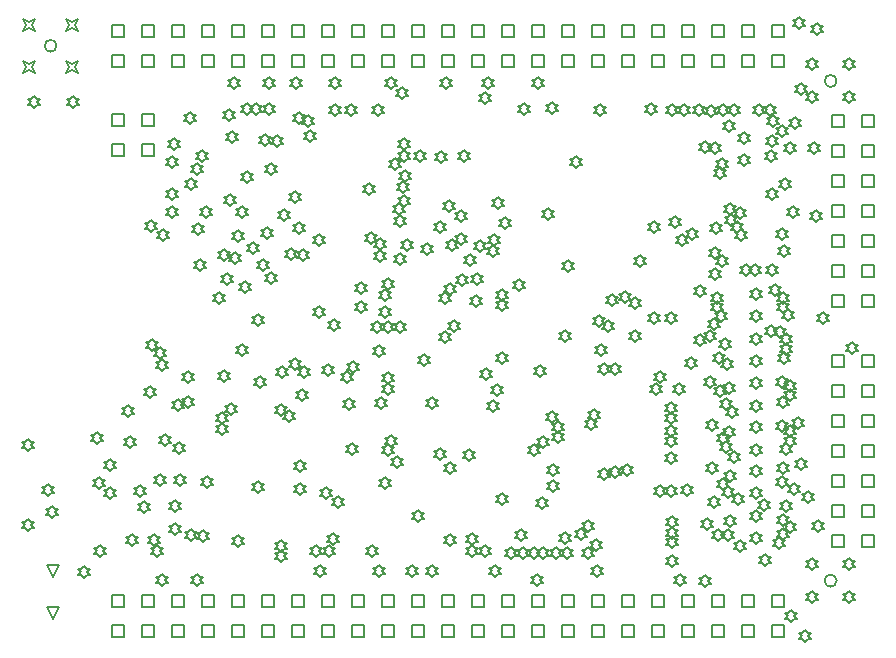
<source format=gbr>
%TF.GenerationSoftware,Altium Limited,Altium Designer,21.1.0 (24)*%
G04 Layer_Color=2752767*
%FSLAX45Y45*%
%MOMM*%
%TF.SameCoordinates,22AD4BEA-BF74-4225-A0B4-C9A39FC99EA3*%
%TF.FilePolarity,Positive*%
%TF.FileFunction,Drawing*%
%TF.Part,Single*%
G01*
G75*
%TA.AperFunction,NonConductor*%
%ADD238C,0.12700*%
%ADD239C,0.16933*%
D238*
X1981200Y139700D02*
Y241300D01*
X2082800D01*
Y139700D01*
X1981200D01*
X2235200D02*
Y241300D01*
X2336800D01*
Y139700D01*
X2235200D01*
X2489200D02*
Y241300D01*
X2590800D01*
Y139700D01*
X2489200D01*
X2743200D02*
Y241300D01*
X2844800D01*
Y139700D01*
X2743200D01*
X2997200D02*
Y241300D01*
X3098800D01*
Y139700D01*
X2997200D01*
X3251200D02*
Y241300D01*
X3352800D01*
Y139700D01*
X3251200D01*
X3505200D02*
Y241300D01*
X3606800D01*
Y139700D01*
X3505200D01*
X3759200D02*
Y241300D01*
X3860800D01*
Y139700D01*
X3759200D01*
X4013200D02*
Y241300D01*
X4114800D01*
Y139700D01*
X4013200D01*
X4267200D02*
Y241300D01*
X4368800D01*
Y139700D01*
X4267200D01*
X4521200D02*
Y241300D01*
X4622800D01*
Y139700D01*
X4521200D01*
X4775200D02*
Y241300D01*
X4876800D01*
Y139700D01*
X4775200D01*
X5029200D02*
Y241300D01*
X5130800D01*
Y139700D01*
X5029200D01*
X5283200D02*
Y241300D01*
X5384800D01*
Y139700D01*
X5283200D01*
X5537200D02*
Y241300D01*
X5638800D01*
Y139700D01*
X5537200D01*
X5791200D02*
Y241300D01*
X5892800D01*
Y139700D01*
X5791200D01*
X6045200D02*
Y241300D01*
X6146800D01*
Y139700D01*
X6045200D01*
X6299200D02*
Y241300D01*
X6400800D01*
Y139700D01*
X6299200D01*
X6553200D02*
Y241300D01*
X6654800D01*
Y139700D01*
X6553200D01*
X6807200D02*
Y241300D01*
X6908800D01*
Y139700D01*
X6807200D01*
X7061200D02*
Y241300D01*
X7162800D01*
Y139700D01*
X7061200D01*
X7315200D02*
Y241300D01*
X7416800D01*
Y139700D01*
X7315200D01*
X7569200D02*
Y241300D01*
X7670800D01*
Y139700D01*
X7569200D01*
X1981200Y393700D02*
Y495300D01*
X2082800D01*
Y393700D01*
X1981200D01*
X2235200D02*
Y495300D01*
X2336800D01*
Y393700D01*
X2235200D01*
X2489200D02*
Y495300D01*
X2590800D01*
Y393700D01*
X2489200D01*
X2743200D02*
Y495300D01*
X2844800D01*
Y393700D01*
X2743200D01*
X2997200D02*
Y495300D01*
X3098800D01*
Y393700D01*
X2997200D01*
X3251200D02*
Y495300D01*
X3352800D01*
Y393700D01*
X3251200D01*
X3505200D02*
Y495300D01*
X3606800D01*
Y393700D01*
X3505200D01*
X3759200D02*
Y495300D01*
X3860800D01*
Y393700D01*
X3759200D01*
X4013200D02*
Y495300D01*
X4114800D01*
Y393700D01*
X4013200D01*
X4267200D02*
Y495300D01*
X4368800D01*
Y393700D01*
X4267200D01*
X4521200D02*
Y495300D01*
X4622800D01*
Y393700D01*
X4521200D01*
X4775200D02*
Y495300D01*
X4876800D01*
Y393700D01*
X4775200D01*
X5029200D02*
Y495300D01*
X5130800D01*
Y393700D01*
X5029200D01*
X5283200D02*
Y495300D01*
X5384800D01*
Y393700D01*
X5283200D01*
X5537200D02*
Y495300D01*
X5638800D01*
Y393700D01*
X5537200D01*
X5791200D02*
Y495300D01*
X5892800D01*
Y393700D01*
X5791200D01*
X6045200D02*
Y495300D01*
X6146800D01*
Y393700D01*
X6045200D01*
X6299200D02*
Y495300D01*
X6400800D01*
Y393700D01*
X6299200D01*
X6553200D02*
Y495300D01*
X6654800D01*
Y393700D01*
X6553200D01*
X6807200D02*
Y495300D01*
X6908800D01*
Y393700D01*
X6807200D01*
X7061200D02*
Y495300D01*
X7162800D01*
Y393700D01*
X7061200D01*
X7315200D02*
Y495300D01*
X7416800D01*
Y393700D01*
X7315200D01*
X7569200D02*
Y495300D01*
X7670800D01*
Y393700D01*
X7569200D01*
X1981200Y4965700D02*
Y5067300D01*
X2082800D01*
Y4965700D01*
X1981200D01*
X2235200D02*
Y5067300D01*
X2336800D01*
Y4965700D01*
X2235200D01*
X2489200D02*
Y5067300D01*
X2590800D01*
Y4965700D01*
X2489200D01*
X2743200D02*
Y5067300D01*
X2844800D01*
Y4965700D01*
X2743200D01*
X2997200D02*
Y5067300D01*
X3098800D01*
Y4965700D01*
X2997200D01*
X3251200D02*
Y5067300D01*
X3352800D01*
Y4965700D01*
X3251200D01*
X3505200D02*
Y5067300D01*
X3606800D01*
Y4965700D01*
X3505200D01*
X3759200D02*
Y5067300D01*
X3860800D01*
Y4965700D01*
X3759200D01*
X4013200D02*
Y5067300D01*
X4114800D01*
Y4965700D01*
X4013200D01*
X4267200D02*
Y5067300D01*
X4368800D01*
Y4965700D01*
X4267200D01*
X4521200D02*
Y5067300D01*
X4622800D01*
Y4965700D01*
X4521200D01*
X4775200D02*
Y5067300D01*
X4876800D01*
Y4965700D01*
X4775200D01*
X5029200D02*
Y5067300D01*
X5130800D01*
Y4965700D01*
X5029200D01*
X5283200D02*
Y5067300D01*
X5384800D01*
Y4965700D01*
X5283200D01*
X5537200D02*
Y5067300D01*
X5638800D01*
Y4965700D01*
X5537200D01*
X5791200D02*
Y5067300D01*
X5892800D01*
Y4965700D01*
X5791200D01*
X6045200D02*
Y5067300D01*
X6146800D01*
Y4965700D01*
X6045200D01*
X6299200D02*
Y5067300D01*
X6400800D01*
Y4965700D01*
X6299200D01*
X6553200D02*
Y5067300D01*
X6654800D01*
Y4965700D01*
X6553200D01*
X6807200D02*
Y5067300D01*
X6908800D01*
Y4965700D01*
X6807200D01*
X7061200D02*
Y5067300D01*
X7162800D01*
Y4965700D01*
X7061200D01*
X7315200D02*
Y5067300D01*
X7416800D01*
Y4965700D01*
X7315200D01*
X7569200D02*
Y5067300D01*
X7670800D01*
Y4965700D01*
X7569200D01*
X1981200Y5219700D02*
Y5321300D01*
X2082800D01*
Y5219700D01*
X1981200D01*
X2235200D02*
Y5321300D01*
X2336800D01*
Y5219700D01*
X2235200D01*
X2489200D02*
Y5321300D01*
X2590800D01*
Y5219700D01*
X2489200D01*
X2743200D02*
Y5321300D01*
X2844800D01*
Y5219700D01*
X2743200D01*
X2997200D02*
Y5321300D01*
X3098800D01*
Y5219700D01*
X2997200D01*
X3251200D02*
Y5321300D01*
X3352800D01*
Y5219700D01*
X3251200D01*
X3505200D02*
Y5321300D01*
X3606800D01*
Y5219700D01*
X3505200D01*
X3759200D02*
Y5321300D01*
X3860800D01*
Y5219700D01*
X3759200D01*
X4013200D02*
Y5321300D01*
X4114800D01*
Y5219700D01*
X4013200D01*
X4267200D02*
Y5321300D01*
X4368800D01*
Y5219700D01*
X4267200D01*
X4521200D02*
Y5321300D01*
X4622800D01*
Y5219700D01*
X4521200D01*
X4775200D02*
Y5321300D01*
X4876800D01*
Y5219700D01*
X4775200D01*
X5029200D02*
Y5321300D01*
X5130800D01*
Y5219700D01*
X5029200D01*
X5283200D02*
Y5321300D01*
X5384800D01*
Y5219700D01*
X5283200D01*
X5537200D02*
Y5321300D01*
X5638800D01*
Y5219700D01*
X5537200D01*
X5791200D02*
Y5321300D01*
X5892800D01*
Y5219700D01*
X5791200D01*
X6045200D02*
Y5321300D01*
X6146800D01*
Y5219700D01*
X6045200D01*
X6299200D02*
Y5321300D01*
X6400800D01*
Y5219700D01*
X6299200D01*
X6553200D02*
Y5321300D01*
X6654800D01*
Y5219700D01*
X6553200D01*
X6807200D02*
Y5321300D01*
X6908800D01*
Y5219700D01*
X6807200D01*
X7061200D02*
Y5321300D01*
X7162800D01*
Y5219700D01*
X7061200D01*
X7315200D02*
Y5321300D01*
X7416800D01*
Y5219700D01*
X7315200D01*
X7569200D02*
Y5321300D01*
X7670800D01*
Y5219700D01*
X7569200D01*
X8331200Y902000D02*
Y1003600D01*
X8432800D01*
Y902000D01*
X8331200D01*
Y1156000D02*
Y1257600D01*
X8432800D01*
Y1156000D01*
X8331200D01*
Y1410000D02*
Y1511600D01*
X8432800D01*
Y1410000D01*
X8331200D01*
Y1664000D02*
Y1765600D01*
X8432800D01*
Y1664000D01*
X8331200D01*
Y1918000D02*
Y2019600D01*
X8432800D01*
Y1918000D01*
X8331200D01*
Y2172000D02*
Y2273600D01*
X8432800D01*
Y2172000D01*
X8331200D01*
Y2426000D02*
Y2527600D01*
X8432800D01*
Y2426000D01*
X8331200D01*
X8077200Y902000D02*
Y1003600D01*
X8178800D01*
Y902000D01*
X8077200D01*
Y1156000D02*
Y1257600D01*
X8178800D01*
Y1156000D01*
X8077200D01*
Y1410000D02*
Y1511600D01*
X8178800D01*
Y1410000D01*
X8077200D01*
Y1664000D02*
Y1765600D01*
X8178800D01*
Y1664000D01*
X8077200D01*
Y1918000D02*
Y2019600D01*
X8178800D01*
Y1918000D01*
X8077200D01*
Y2172000D02*
Y2273600D01*
X8178800D01*
Y2172000D01*
X8077200D01*
Y2426000D02*
Y2527600D01*
X8178800D01*
Y2426000D01*
X8077200D01*
Y4458000D02*
Y4559600D01*
X8178800D01*
Y4458000D01*
X8077200D01*
Y4204000D02*
Y4305600D01*
X8178800D01*
Y4204000D01*
X8077200D01*
Y3950000D02*
Y4051600D01*
X8178800D01*
Y3950000D01*
X8077200D01*
Y3696000D02*
Y3797600D01*
X8178800D01*
Y3696000D01*
X8077200D01*
Y3442000D02*
Y3543600D01*
X8178800D01*
Y3442000D01*
X8077200D01*
Y3188000D02*
Y3289600D01*
X8178800D01*
Y3188000D01*
X8077200D01*
Y2934000D02*
Y3035600D01*
X8178800D01*
Y2934000D01*
X8077200D01*
X8331200Y4458000D02*
Y4559600D01*
X8432800D01*
Y4458000D01*
X8331200D01*
Y4204000D02*
Y4305600D01*
X8432800D01*
Y4204000D01*
X8331200D01*
Y3950000D02*
Y4051600D01*
X8432800D01*
Y3950000D01*
X8331200D01*
Y3696000D02*
Y3797600D01*
X8432800D01*
Y3696000D01*
X8331200D01*
Y3442000D02*
Y3543600D01*
X8432800D01*
Y3442000D01*
X8331200D01*
Y3188000D02*
Y3289600D01*
X8432800D01*
Y3188000D01*
X8331200D01*
Y2934000D02*
Y3035600D01*
X8432800D01*
Y2934000D01*
X8331200D01*
X2235200Y4207600D02*
Y4309200D01*
X2336800D01*
Y4207600D01*
X2235200D01*
X1981200D02*
Y4309200D01*
X2082800D01*
Y4207600D01*
X1981200D01*
X2235200Y4461600D02*
Y4563200D01*
X2336800D01*
Y4461600D01*
X2235200D01*
X1981200D02*
Y4563200D01*
X2082800D01*
Y4461600D01*
X1981200D01*
X1480000Y644200D02*
X1429200Y745800D01*
X1530800D01*
X1480000Y644200D01*
Y294200D02*
X1429200Y395800D01*
X1530800D01*
X1480000Y294200D01*
X4480000Y3409200D02*
X4505400Y3434600D01*
X4530800D01*
X4505400Y3460000D01*
X4530800Y3485400D01*
X4505400D01*
X4480000Y3510800D01*
X4454600Y3485400D01*
X4429200D01*
X4454600Y3460000D01*
X4429200Y3434600D01*
X4454600D01*
X4480000Y3409200D01*
X4420000Y3289200D02*
X4445400Y3314600D01*
X4470800D01*
X4445400Y3340000D01*
X4470800Y3365400D01*
X4445400D01*
X4420000Y3390800D01*
X4394600Y3365400D01*
X4369200D01*
X4394600Y3340000D01*
X4369200Y3314600D01*
X4394600D01*
X4420000Y3289200D01*
X3218327Y2767527D02*
X3243727Y2792927D01*
X3269127D01*
X3243727Y2818327D01*
X3269127Y2843727D01*
X3243727D01*
X3218327Y2869127D01*
X3192927Y2843727D01*
X3167527D01*
X3192927Y2818327D01*
X3167527Y2792927D01*
X3192927D01*
X3218327Y2767527D01*
X5670000Y3669200D02*
X5695400Y3694600D01*
X5720800D01*
X5695400Y3720000D01*
X5720800Y3745400D01*
X5695400D01*
X5670000Y3770800D01*
X5644600Y3745400D01*
X5619200D01*
X5644600Y3720000D01*
X5619200Y3694600D01*
X5644600D01*
X5670000Y3669200D01*
X4937951Y3651249D02*
X4963351Y3676649D01*
X4988751D01*
X4963351Y3702049D01*
X4988751Y3727449D01*
X4963351D01*
X4937951Y3752849D01*
X4912551Y3727449D01*
X4887151D01*
X4912551Y3702049D01*
X4887151Y3676649D01*
X4912551D01*
X4937951Y3651249D01*
X2510000Y1004200D02*
X2535400Y1029600D01*
X2560800D01*
X2535400Y1055000D01*
X2560800Y1080400D01*
X2535400D01*
X2510000Y1105800D01*
X2484600Y1080400D01*
X2459200D01*
X2484600Y1055000D01*
X2459200Y1029600D01*
X2484600D01*
X2510000Y1004200D01*
Y1194200D02*
X2535400Y1219600D01*
X2560800D01*
X2535400Y1245000D01*
X2560800Y1270400D01*
X2535400D01*
X2510000Y1295800D01*
X2484600Y1270400D01*
X2459200D01*
X2484600Y1245000D01*
X2459200Y1219600D01*
X2484600D01*
X2510000Y1194200D01*
X3570000Y1344200D02*
X3595400Y1369600D01*
X3620800D01*
X3595400Y1395000D01*
X3620800Y1420400D01*
X3595400D01*
X3570000Y1445800D01*
X3544600Y1420400D01*
X3519200D01*
X3544600Y1395000D01*
X3519200Y1369600D01*
X3544600D01*
X3570000Y1344200D01*
Y1534200D02*
X3595400Y1559600D01*
X3620800D01*
X3595400Y1585000D01*
X3620800Y1610400D01*
X3595400D01*
X3570000Y1635800D01*
X3544600Y1610400D01*
X3519200D01*
X3544600Y1585000D01*
X3519200Y1559600D01*
X3544600D01*
X3570000Y1534200D01*
X7430000Y2804200D02*
X7455400Y2829600D01*
X7480800D01*
X7455400Y2855000D01*
X7480800Y2880400D01*
X7455400D01*
X7430000Y2905800D01*
X7404600Y2880400D01*
X7379200D01*
X7404600Y2855000D01*
X7379200Y2829600D01*
X7404600D01*
X7430000Y2804200D01*
Y2994200D02*
X7455400Y3019600D01*
X7480800D01*
X7455400Y3045000D01*
X7480800Y3070400D01*
X7455400D01*
X7430000Y3095800D01*
X7404600Y3070400D01*
X7379200D01*
X7404600Y3045000D01*
X7379200Y3019600D01*
X7404600D01*
X7430000Y2994200D01*
Y924200D02*
X7455400Y949600D01*
X7480800D01*
X7455400Y975000D01*
X7480800Y1000400D01*
X7455400D01*
X7430000Y1025800D01*
X7404600Y1000400D01*
X7379200D01*
X7404600Y975000D01*
X7379200Y949600D01*
X7404600D01*
X7430000Y924200D01*
Y1114200D02*
X7455400Y1139600D01*
X7480800D01*
X7455400Y1165000D01*
X7480800Y1190400D01*
X7455400D01*
X7430000Y1215800D01*
X7404600Y1190400D01*
X7379200D01*
X7404600Y1165000D01*
X7379200Y1139600D01*
X7404600D01*
X7430000Y1114200D01*
Y1674200D02*
X7455400Y1699600D01*
X7480800D01*
X7455400Y1725000D01*
X7480800Y1750400D01*
X7455400D01*
X7430000Y1775800D01*
X7404600Y1750400D01*
X7379200D01*
X7404600Y1725000D01*
X7379200Y1699600D01*
X7404600D01*
X7430000Y1674200D01*
Y1864200D02*
X7455400Y1889600D01*
X7480800D01*
X7455400Y1915000D01*
X7480800Y1940400D01*
X7455400D01*
X7430000Y1965800D01*
X7404600Y1940400D01*
X7379200D01*
X7404600Y1915000D01*
X7379200Y1889600D01*
X7404600D01*
X7430000Y1864200D01*
Y1304200D02*
X7455400Y1329600D01*
X7480800D01*
X7455400Y1355000D01*
X7480800Y1380400D01*
X7455400D01*
X7430000Y1405800D01*
X7404600Y1380400D01*
X7379200D01*
X7404600Y1355000D01*
X7379200Y1329600D01*
X7404600D01*
X7430000Y1304200D01*
Y1494200D02*
X7455400Y1519600D01*
X7480800D01*
X7455400Y1545000D01*
X7480800Y1570400D01*
X7455400D01*
X7430000Y1595800D01*
X7404600Y1570400D01*
X7379200D01*
X7404600Y1545000D01*
X7379200Y1519600D01*
X7404600D01*
X7430000Y1494200D01*
Y2044200D02*
X7455400Y2069600D01*
X7480800D01*
X7455400Y2095000D01*
X7480800Y2120400D01*
X7455400D01*
X7430000Y2145800D01*
X7404600Y2120400D01*
X7379200D01*
X7404600Y2095000D01*
X7379200Y2069600D01*
X7404600D01*
X7430000Y2044200D01*
Y2234200D02*
X7455400Y2259600D01*
X7480800D01*
X7455400Y2285000D01*
X7480800Y2310400D01*
X7455400D01*
X7430000Y2335800D01*
X7404600Y2310400D01*
X7379200D01*
X7404600Y2285000D01*
X7379200Y2259600D01*
X7404600D01*
X7430000Y2234200D01*
X7330000Y4314200D02*
X7355400Y4339600D01*
X7380800D01*
X7355400Y4365000D01*
X7380800Y4390400D01*
X7355400D01*
X7330000Y4415800D01*
X7304600Y4390400D01*
X7279200D01*
X7304600Y4365000D01*
X7279200Y4339600D01*
X7304600D01*
X7330000Y4314200D01*
Y4124200D02*
X7355400Y4149600D01*
X7380800D01*
X7355400Y4175000D01*
X7380800Y4200400D01*
X7355400D01*
X7330000Y4225800D01*
X7304600Y4200400D01*
X7279200D01*
X7304600Y4175000D01*
X7279200Y4149600D01*
X7304600D01*
X7330000Y4124200D01*
X7430000Y2424200D02*
X7455400Y2449600D01*
X7480800D01*
X7455400Y2475000D01*
X7480800Y2500400D01*
X7455400D01*
X7430000Y2525800D01*
X7404600Y2500400D01*
X7379200D01*
X7404600Y2475000D01*
X7379200Y2449600D01*
X7404600D01*
X7430000Y2424200D01*
Y2614200D02*
X7455400Y2639600D01*
X7480800D01*
X7455400Y2665000D01*
X7480800Y2690400D01*
X7455400D01*
X7430000Y2715800D01*
X7404600Y2690400D01*
X7379200D01*
X7404600Y2665000D01*
X7379200Y2639600D01*
X7404600D01*
X7430000Y2614200D01*
X8224500Y704200D02*
X8249900Y729600D01*
X8275300D01*
X8249900Y755000D01*
X8275300Y780400D01*
X8249900D01*
X8224500Y805800D01*
X8199100Y780400D01*
X8173700D01*
X8199100Y755000D01*
X8173700Y729600D01*
X8199100D01*
X8224500Y704200D01*
Y424200D02*
X8249900Y449600D01*
X8275300D01*
X8249900Y475000D01*
X8275300Y500400D01*
X8249900D01*
X8224500Y525800D01*
X8199100Y500400D01*
X8173700D01*
X8199100Y475000D01*
X8173700Y449600D01*
X8199100D01*
X8224500Y424200D01*
X7904500D02*
X7929900Y449600D01*
X7955300D01*
X7929900Y475000D01*
X7955300Y500400D01*
X7929900D01*
X7904500Y525800D01*
X7879100Y500400D01*
X7853700D01*
X7879100Y475000D01*
X7853700Y449600D01*
X7879100D01*
X7904500Y424200D01*
Y704200D02*
X7929900Y729600D01*
X7955300D01*
X7929900Y755000D01*
X7955300Y780400D01*
X7929900D01*
X7904500Y805800D01*
X7879100Y780400D01*
X7853700D01*
X7879100Y755000D01*
X7853700Y729600D01*
X7879100D01*
X7904500Y704200D01*
X8224500Y4935200D02*
X8249900Y4960600D01*
X8275300D01*
X8249900Y4986000D01*
X8275300Y5011400D01*
X8249900D01*
X8224500Y5036800D01*
X8199100Y5011400D01*
X8173700D01*
X8199100Y4986000D01*
X8173700Y4960600D01*
X8199100D01*
X8224500Y4935200D01*
Y4655200D02*
X8249900Y4680600D01*
X8275300D01*
X8249900Y4706000D01*
X8275300Y4731400D01*
X8249900D01*
X8224500Y4756800D01*
X8199100Y4731400D01*
X8173700D01*
X8199100Y4706000D01*
X8173700Y4680600D01*
X8199100D01*
X8224500Y4655200D01*
X7904500D02*
X7929900Y4680600D01*
X7955300D01*
X7929900Y4706000D01*
X7955300Y4731400D01*
X7929900D01*
X7904500Y4756800D01*
X7879100Y4731400D01*
X7853700D01*
X7879100Y4706000D01*
X7853700Y4680600D01*
X7879100D01*
X7904500Y4655200D01*
Y4935200D02*
X7929900Y4960600D01*
X7955300D01*
X7929900Y4986000D01*
X7955300Y5011400D01*
X7929900D01*
X7904500Y5036800D01*
X7879100Y5011400D01*
X7853700D01*
X7879100Y4986000D01*
X7853700Y4960600D01*
X7879100D01*
X7904500Y4935200D01*
X1229700Y5272700D02*
X1255100Y5323500D01*
X1229700Y5374300D01*
X1280500Y5348900D01*
X1331300Y5374300D01*
X1305900Y5323500D01*
X1331300Y5272700D01*
X1280500Y5298100D01*
X1229700Y5272700D01*
Y4912700D02*
X1255100Y4963500D01*
X1229700Y5014300D01*
X1280500Y4988900D01*
X1331300Y5014300D01*
X1305900Y4963500D01*
X1331300Y4912700D01*
X1280500Y4938100D01*
X1229700Y4912700D01*
X1590188D02*
X1615588Y4963500D01*
X1590188Y5014300D01*
X1640988Y4988900D01*
X1691788Y5014300D01*
X1666388Y4963500D01*
X1691788Y4912700D01*
X1640988Y4938100D01*
X1590188Y4912700D01*
X1589684Y5272700D02*
X1615084Y5323500D01*
X1589684Y5374300D01*
X1640484Y5348900D01*
X1691284Y5374300D01*
X1665884Y5323500D01*
X1691284Y5272700D01*
X1640484Y5298100D01*
X1589684Y5272700D01*
X7670000Y2449200D02*
X7695400Y2474600D01*
X7720800D01*
X7695400Y2500000D01*
X7720800Y2525400D01*
X7695400D01*
X7670000Y2550800D01*
X7644600Y2525400D01*
X7619200D01*
X7644600Y2500000D01*
X7619200Y2474600D01*
X7644600D01*
X7670000Y2449200D01*
X7205153Y2192640D02*
X7230553Y2218040D01*
X7255953D01*
X7230553Y2243440D01*
X7255953Y2268840D01*
X7230553D01*
X7205153Y2294240D01*
X7179753Y2268840D01*
X7154353D01*
X7179753Y2243440D01*
X7154353Y2218040D01*
X7179753D01*
X7205153Y2192640D01*
X7149861Y1769051D02*
X7175261Y1794451D01*
X7200661D01*
X7175261Y1819851D01*
X7200661Y1845251D01*
X7175261D01*
X7149861Y1870651D01*
X7124461Y1845251D01*
X7099061D01*
X7124461Y1819851D01*
X7099061Y1794451D01*
X7124461D01*
X7149861Y1769051D01*
X7201861Y1823097D02*
X7227261Y1848497D01*
X7252661D01*
X7227261Y1873897D01*
X7252661Y1899297D01*
X7227261D01*
X7201861Y1924697D01*
X7176461Y1899297D01*
X7151061D01*
X7176461Y1873897D01*
X7151061Y1848497D01*
X7176461D01*
X7201861Y1823097D01*
X7649985Y1399197D02*
X7675385Y1424597D01*
X7700785D01*
X7675385Y1449997D01*
X7700785Y1475397D01*
X7675385D01*
X7649985Y1500797D01*
X7624585Y1475397D01*
X7599185D01*
X7624585Y1449997D01*
X7599185Y1424597D01*
X7624585D01*
X7649985Y1399197D01*
X7789634Y1902260D02*
X7815034Y1927660D01*
X7840434D01*
X7815034Y1953060D01*
X7840434Y1978460D01*
X7815034D01*
X7789634Y2003860D01*
X7764234Y1978460D01*
X7738834D01*
X7764234Y1953060D01*
X7738834Y1927660D01*
X7764234D01*
X7789634Y1902260D01*
X7814733Y1550872D02*
X7840133Y1576272D01*
X7865533D01*
X7840133Y1601672D01*
X7865533Y1627072D01*
X7840133D01*
X7814733Y1652472D01*
X7789333Y1627072D01*
X7763933D01*
X7789333Y1601672D01*
X7763933Y1576272D01*
X7789333D01*
X7814733Y1550872D01*
X7195514Y1312689D02*
X7220914Y1338089D01*
X7246314D01*
X7220914Y1363489D01*
X7246314Y1388889D01*
X7220914D01*
X7195514Y1414289D01*
X7170114Y1388889D01*
X7144714D01*
X7170114Y1363489D01*
X7144714Y1338089D01*
X7170114D01*
X7195514Y1312689D01*
X7150000Y1379200D02*
X7175400Y1404600D01*
X7200800D01*
X7175400Y1430000D01*
X7200800Y1455400D01*
X7175400D01*
X7150000Y1480800D01*
X7124600Y1455400D01*
X7099200D01*
X7124600Y1430000D01*
X7099200Y1404600D01*
X7124600D01*
X7150000Y1379200D01*
X4177489Y3464200D02*
X4202889Y3489600D01*
X4228289D01*
X4202889Y3515000D01*
X4228289Y3540400D01*
X4202889D01*
X4177489Y3565800D01*
X4152089Y3540400D01*
X4126689D01*
X4152089Y3515000D01*
X4126689Y3489600D01*
X4152089D01*
X4177489Y3464200D01*
X4246654Y3412645D02*
X4272054Y3438045D01*
X4297454D01*
X4272054Y3463445D01*
X4297454Y3488845D01*
X4272054D01*
X4246654Y3514245D01*
X4221254Y3488845D01*
X4195854D01*
X4221254Y3463445D01*
X4195854Y3438045D01*
X4221254D01*
X4246654Y3412645D01*
X2360000Y819200D02*
X2385400Y844600D01*
X2410800D01*
X2385400Y870000D01*
X2410800Y895400D01*
X2385400D01*
X2360000Y920800D01*
X2334600Y895400D01*
X2309200D01*
X2334600Y870000D01*
X2309200Y844600D01*
X2334600D01*
X2360000Y819200D01*
X3592272Y2135004D02*
X3617672Y2160404D01*
X3643072D01*
X3617672Y2185804D01*
X3643072Y2211204D01*
X3617672D01*
X3592272Y2236604D01*
X3566872Y2211204D01*
X3541472D01*
X3566872Y2185804D01*
X3541472Y2160404D01*
X3566872D01*
X3592272Y2135004D01*
X6110659Y4549859D02*
X6136059Y4575259D01*
X6161459D01*
X6136059Y4600659D01*
X6161459Y4626059D01*
X6136059D01*
X6110659Y4651459D01*
X6085259Y4626059D01*
X6059859D01*
X6085259Y4600659D01*
X6059859Y4575259D01*
X6085259D01*
X6110659Y4549859D01*
X6540012Y4554081D02*
X6565412Y4579481D01*
X6590812D01*
X6565412Y4604881D01*
X6590812Y4630281D01*
X6565412D01*
X6540012Y4655681D01*
X6514612Y4630281D01*
X6489212D01*
X6514612Y4604881D01*
X6489212Y4579481D01*
X6514612D01*
X6540012Y4554081D01*
X7945208Y5236788D02*
X7970608Y5262188D01*
X7996008D01*
X7970608Y5287588D01*
X7996008Y5312988D01*
X7970608D01*
X7945208Y5338388D01*
X7919808Y5312988D01*
X7894408D01*
X7919808Y5287588D01*
X7894408Y5262188D01*
X7919808D01*
X7945208Y5236788D01*
X7707970Y2813362D02*
X7733370Y2838762D01*
X7758770D01*
X7733370Y2864162D01*
X7758770Y2889562D01*
X7733370D01*
X7707970Y2914962D01*
X7682570Y2889562D01*
X7657170D01*
X7682570Y2864162D01*
X7657170Y2838762D01*
X7682570D01*
X7707970Y2813362D01*
X4320000Y2279200D02*
X4345400Y2304600D01*
X4370800D01*
X4345400Y2330000D01*
X4370800Y2355400D01*
X4345400D01*
X4320000Y2380800D01*
X4294600Y2355400D01*
X4269200D01*
X4294600Y2330000D01*
X4269200Y2304600D01*
X4294600D01*
X4320000Y2279200D01*
X4620000Y2429200D02*
X4645400Y2454600D01*
X4670800D01*
X4645400Y2480000D01*
X4670800Y2505400D01*
X4645400D01*
X4620000Y2530800D01*
X4594600Y2505400D01*
X4569200D01*
X4594600Y2480000D01*
X4569200Y2454600D01*
X4594600D01*
X4620000Y2429200D01*
X4290000Y2979200D02*
X4315400Y3004600D01*
X4340800D01*
X4315400Y3030000D01*
X4340800Y3055400D01*
X4315400D01*
X4290000Y3080800D01*
X4264600Y3055400D01*
X4239200D01*
X4264600Y3030000D01*
X4239200Y3004600D01*
X4264600D01*
X4290000Y2979200D01*
X4420000Y2709200D02*
X4445400Y2734600D01*
X4470800D01*
X4445400Y2760000D01*
X4470800Y2785400D01*
X4445400D01*
X4420000Y2810800D01*
X4394600Y2785400D01*
X4369200D01*
X4394600Y2760000D01*
X4369200Y2734600D01*
X4394600D01*
X4420000Y2709200D01*
X4290000Y2839200D02*
X4315400Y2864600D01*
X4340800D01*
X4315400Y2890000D01*
X4340800Y2915400D01*
X4315400D01*
X4290000Y2940800D01*
X4264600Y2915400D01*
X4239200D01*
X4264600Y2890000D01*
X4239200Y2864600D01*
X4264600D01*
X4290000Y2839200D01*
X4321405Y2709200D02*
X4346805Y2734600D01*
X4372205D01*
X4346805Y2760000D01*
X4372205Y2785400D01*
X4346805D01*
X4321405Y2810800D01*
X4296005Y2785400D01*
X4270605D01*
X4296005Y2760000D01*
X4270605Y2734600D01*
X4296005D01*
X4321405Y2709200D01*
X3530000Y3809200D02*
X3555400Y3834600D01*
X3580800D01*
X3555400Y3860000D01*
X3580800Y3885400D01*
X3555400D01*
X3530000Y3910800D01*
X3504600Y3885400D01*
X3479200D01*
X3504600Y3860000D01*
X3479200Y3834600D01*
X3504600D01*
X3530000Y3809200D01*
X2650000Y3919200D02*
X2675400Y3944600D01*
X2700800D01*
X2675400Y3970000D01*
X2700800Y3995400D01*
X2675400D01*
X2650000Y4020800D01*
X2624600Y3995400D01*
X2599200D01*
X2624600Y3970000D01*
X2599200Y3944600D01*
X2624600D01*
X2650000Y3919200D01*
X2970000Y4509200D02*
X2995400Y4534600D01*
X3020800D01*
X2995400Y4560000D01*
X3020800Y4585400D01*
X2995400D01*
X2970000Y4610800D01*
X2944600Y4585400D01*
X2919200D01*
X2944600Y4560000D01*
X2919200Y4534600D01*
X2944600D01*
X2970000Y4509200D01*
X3121034Y4560165D02*
X3146434Y4585565D01*
X3171834D01*
X3146434Y4610965D01*
X3171834Y4636365D01*
X3146434D01*
X3121034Y4661765D01*
X3095634Y4636365D01*
X3070234D01*
X3095634Y4610965D01*
X3070234Y4585565D01*
X3095634D01*
X3121034Y4560165D01*
X3200000Y4559200D02*
X3225400Y4584600D01*
X3250800D01*
X3225400Y4610000D01*
X3250800Y4635400D01*
X3225400D01*
X3200000Y4660800D01*
X3174600Y4635400D01*
X3149200D01*
X3174600Y4610000D01*
X3149200Y4584600D01*
X3174600D01*
X3200000Y4559200D01*
X4000000Y4551700D02*
X4025400Y4577100D01*
X4050800D01*
X4025400Y4602500D01*
X4050800Y4627900D01*
X4025400D01*
X4000000Y4653300D01*
X3974600Y4627900D01*
X3949200D01*
X3974600Y4602500D01*
X3949200Y4577100D01*
X3974600D01*
X4000000Y4551700D01*
X4230000D02*
X4255400Y4577100D01*
X4280800D01*
X4255400Y4602500D01*
X4280800Y4627900D01*
X4255400D01*
X4230000Y4653300D01*
X4204600Y4627900D01*
X4179200D01*
X4204600Y4602500D01*
X4179200Y4577100D01*
X4204600D01*
X4230000Y4551700D01*
X4434292Y4696700D02*
X4459692Y4722100D01*
X4485092D01*
X4459692Y4747500D01*
X4485092Y4772900D01*
X4459692D01*
X4434292Y4798300D01*
X4408892Y4772900D01*
X4383492D01*
X4408892Y4747500D01*
X4383492Y4722100D01*
X4408892D01*
X4434292Y4696700D01*
X2772500Y3689200D02*
X2797900Y3714600D01*
X2823300D01*
X2797900Y3740000D01*
X2823300Y3765400D01*
X2797900D01*
X2772500Y3790800D01*
X2747100Y3765400D01*
X2721700D01*
X2747100Y3740000D01*
X2721700Y3714600D01*
X2747100D01*
X2772500Y3689200D01*
X5705659Y1953541D02*
X5731059Y1978941D01*
X5756459D01*
X5731059Y2004341D01*
X5756459Y2029741D01*
X5731059D01*
X5705659Y2055141D01*
X5680259Y2029741D01*
X5654859D01*
X5680259Y2004341D01*
X5654859Y1978941D01*
X5680259D01*
X5705659Y1953541D01*
X5820000Y2639200D02*
X5845400Y2664600D01*
X5870800D01*
X5845400Y2690000D01*
X5870800Y2715400D01*
X5845400D01*
X5820000Y2740800D01*
X5794600Y2715400D01*
X5769200D01*
X5794600Y2690000D01*
X5769200Y2664600D01*
X5794600D01*
X5820000Y2639200D01*
X5600000Y2339200D02*
X5625400Y2364600D01*
X5650800D01*
X5625400Y2390000D01*
X5650800Y2415400D01*
X5625400D01*
X5600000Y2440800D01*
X5574600Y2415400D01*
X5549200D01*
X5574600Y2390000D01*
X5549200Y2364600D01*
X5574600D01*
X5600000Y2339200D01*
X2910000Y1849200D02*
X2935400Y1874600D01*
X2960800D01*
X2935400Y1900000D01*
X2960800Y1925400D01*
X2935400D01*
X2910000Y1950800D01*
X2884600Y1925400D01*
X2859200D01*
X2884600Y1900000D01*
X2859200Y1874600D01*
X2884600D01*
X2910000Y1849200D01*
X3050000Y899200D02*
X3075400Y924600D01*
X3100800D01*
X3075400Y950000D01*
X3100800Y975400D01*
X3075400D01*
X3050000Y1000800D01*
X3024600Y975400D01*
X2999200D01*
X3024600Y950000D01*
X2999200Y924600D01*
X3024600D01*
X3050000Y899200D01*
X5030000Y819200D02*
X5055400Y844600D01*
X5080800D01*
X5055400Y870000D01*
X5080800Y895400D01*
X5055400D01*
X5030000Y920800D01*
X5004600Y895400D01*
X4979200D01*
X5004600Y870000D01*
X4979200Y844600D01*
X5004600D01*
X5030000Y819200D01*
X5140000D02*
X5165400Y844600D01*
X5190800D01*
X5165400Y870000D01*
X5190800Y895400D01*
X5165400D01*
X5140000Y920800D01*
X5114600Y895400D01*
X5089200D01*
X5114600Y870000D01*
X5089200Y844600D01*
X5114600D01*
X5140000Y819200D01*
X7955161Y1029200D02*
X7980561Y1054600D01*
X8005961D01*
X7980561Y1080000D01*
X8005961Y1105400D01*
X7980561D01*
X7955161Y1130800D01*
X7929761Y1105400D01*
X7904361D01*
X7929761Y1080000D01*
X7904361Y1054600D01*
X7929761D01*
X7955161Y1029200D01*
X4811250Y4779200D02*
X4836650Y4804600D01*
X4862050D01*
X4836650Y4830000D01*
X4862050Y4855400D01*
X4836650D01*
X4811250Y4880800D01*
X4785850Y4855400D01*
X4760450D01*
X4785850Y4830000D01*
X4760450Y4804600D01*
X4785850D01*
X4811250Y4779200D01*
X3010000D02*
X3035400Y4804600D01*
X3060800D01*
X3035400Y4830000D01*
X3060800Y4855400D01*
X3035400D01*
X3010000Y4880800D01*
X2984600Y4855400D01*
X2959200D01*
X2984600Y4830000D01*
X2959200Y4804600D01*
X2984600D01*
X3010000Y4779200D01*
X2508228Y4262371D02*
X2533628Y4287771D01*
X2559028D01*
X2533628Y4313171D01*
X2559028Y4338571D01*
X2533628D01*
X2508228Y4363971D01*
X2482828Y4338571D01*
X2457428D01*
X2482828Y4313171D01*
X2457428Y4287771D01*
X2482828D01*
X2508228Y4262371D01*
X1320000Y4619200D02*
X1345400Y4644600D01*
X1370800D01*
X1345400Y4670000D01*
X1370800Y4695400D01*
X1345400D01*
X1320000Y4720800D01*
X1294600Y4695400D01*
X1269200D01*
X1294600Y4670000D01*
X1269200Y4644600D01*
X1294600D01*
X1320000Y4619200D01*
X4590000Y4159200D02*
X4615400Y4184600D01*
X4640800D01*
X4615400Y4210000D01*
X4640800Y4235400D01*
X4615400D01*
X4590000Y4260800D01*
X4564600Y4235400D01*
X4539200D01*
X4564600Y4210000D01*
X4539200Y4184600D01*
X4564600D01*
X4590000Y4159200D01*
X4650000Y3369200D02*
X4675400Y3394600D01*
X4700800D01*
X4675400Y3420000D01*
X4700800Y3445400D01*
X4675400D01*
X4650000Y3470800D01*
X4624600Y3445400D01*
X4599200D01*
X4624600Y3420000D01*
X4599200Y3394600D01*
X4624600D01*
X4650000Y3369200D01*
X2640000Y4479200D02*
X2665400Y4504600D01*
X2690800D01*
X2665400Y4530000D01*
X2690800Y4555400D01*
X2665400D01*
X2640000Y4580800D01*
X2614600Y4555400D01*
X2589200D01*
X2614600Y4530000D01*
X2589200Y4504600D01*
X2614600D01*
X2640000Y4479200D01*
X5280000Y2449200D02*
X5305400Y2474600D01*
X5330800D01*
X5305400Y2500000D01*
X5330800Y2525400D01*
X5305400D01*
X5280000Y2550800D01*
X5254600Y2525400D01*
X5229200D01*
X5254600Y2500000D01*
X5229200Y2474600D01*
X5254600D01*
X5280000Y2449200D01*
X6570000Y3559200D02*
X6595400Y3584600D01*
X6620800D01*
X6595400Y3610000D01*
X6620800Y3635400D01*
X6595400D01*
X6570000Y3660800D01*
X6544600Y3635400D01*
X6519200D01*
X6544600Y3610000D01*
X6519200Y3584600D01*
X6544600D01*
X6570000Y3559200D01*
Y2789200D02*
X6595400Y2814600D01*
X6620800D01*
X6595400Y2840000D01*
X6620800Y2865400D01*
X6595400D01*
X6570000Y2890800D01*
X6544600Y2865400D01*
X6519200D01*
X6544600Y2840000D01*
X6519200Y2814600D01*
X6544600D01*
X6570000Y2789200D01*
X6120000Y2519200D02*
X6145400Y2544600D01*
X6170800D01*
X6145400Y2570000D01*
X6170800Y2595400D01*
X6145400D01*
X6120000Y2620800D01*
X6094600Y2595400D01*
X6069200D01*
X6094600Y2570000D01*
X6069200Y2544600D01*
X6094600D01*
X6120000Y2519200D01*
X5620000Y1219200D02*
X5645400Y1244600D01*
X5670800D01*
X5645400Y1270000D01*
X5670800Y1295400D01*
X5645400D01*
X5620000Y1320800D01*
X5594600Y1295400D01*
X5569200D01*
X5594600Y1270000D01*
X5569200Y1244600D01*
X5594600D01*
X5620000Y1219200D01*
X7680000Y3919200D02*
X7705400Y3944600D01*
X7730800D01*
X7705400Y3970000D01*
X7730800Y3995400D01*
X7705400D01*
X7680000Y4020800D01*
X7654600Y3995400D01*
X7629200D01*
X7654600Y3970000D01*
X7629200Y3944600D01*
X7654600D01*
X7680000Y3919200D01*
X7580000Y4459200D02*
X7605400Y4484600D01*
X7630800D01*
X7605400Y4510000D01*
X7630800Y4535400D01*
X7605400D01*
X7580000Y4560800D01*
X7554600Y4535400D01*
X7529200D01*
X7554600Y4510000D01*
X7529200Y4484600D01*
X7554600D01*
X7580000Y4459200D01*
X3230000Y2249200D02*
X3255400Y2274600D01*
X3280800D01*
X3255400Y2300000D01*
X3280800Y2325400D01*
X3255400D01*
X3230000Y2350800D01*
X3204600Y2325400D01*
X3179200D01*
X3204600Y2300000D01*
X3179200Y2274600D01*
X3204600D01*
X3230000Y2249200D01*
X3077354Y2518591D02*
X3102754Y2543991D01*
X3128154D01*
X3102754Y2569391D01*
X3128154Y2594791D01*
X3102754D01*
X3077354Y2620191D01*
X3051954Y2594791D01*
X3026554D01*
X3051954Y2569391D01*
X3026554Y2543991D01*
X3051954D01*
X3077354Y2518591D01*
X2387416Y2492222D02*
X2412816Y2517622D01*
X2438216D01*
X2412816Y2543022D01*
X2438216Y2568422D01*
X2412816D01*
X2387416Y2593822D01*
X2362016Y2568422D01*
X2336616D01*
X2362016Y2543022D01*
X2336616Y2517622D01*
X2362016D01*
X2387416Y2492222D01*
X2646036Y954398D02*
X2671436Y979798D01*
X2696836D01*
X2671436Y1005198D01*
X2696836Y1030598D01*
X2671436D01*
X2646036Y1055998D01*
X2620636Y1030598D01*
X2595236D01*
X2620636Y1005198D01*
X2595236Y979798D01*
X2620636D01*
X2646036Y954398D01*
X1470000Y1149200D02*
X1495400Y1174600D01*
X1520800D01*
X1495400Y1200000D01*
X1520800Y1225400D01*
X1495400D01*
X1470000Y1250800D01*
X1444600Y1225400D01*
X1419200D01*
X1444600Y1200000D01*
X1419200Y1174600D01*
X1444600D01*
X1470000Y1149200D01*
X1962644Y1541129D02*
X1988044Y1566529D01*
X2013444D01*
X1988044Y1591929D01*
X2013444Y1617329D01*
X1988044D01*
X1962644Y1642729D01*
X1937244Y1617329D01*
X1911844D01*
X1937244Y1591929D01*
X1911844Y1566529D01*
X1937244D01*
X1962644Y1541129D01*
X2218243Y1319741D02*
X2243643Y1345141D01*
X2269043D01*
X2243643Y1370541D01*
X2269043Y1395941D01*
X2243643D01*
X2218243Y1421341D01*
X2192843Y1395941D01*
X2167443D01*
X2192843Y1370541D01*
X2167443Y1345141D01*
X2192843D01*
X2218243Y1319741D01*
X2560000Y1419200D02*
X2585400Y1444600D01*
X2610800D01*
X2585400Y1470000D01*
X2610800Y1495400D01*
X2585400D01*
X2560000Y1520800D01*
X2534600Y1495400D01*
X2509200D01*
X2534600Y1470000D01*
X2509200Y1444600D01*
X2534600D01*
X2560000Y1419200D01*
X2915692Y1941100D02*
X2941092Y1966500D01*
X2966492D01*
X2941092Y1991900D01*
X2966492Y2017300D01*
X2941092D01*
X2915692Y2042700D01*
X2890292Y2017300D01*
X2864892D01*
X2890292Y1991900D01*
X2864892Y1966500D01*
X2890292D01*
X2915692Y1941100D01*
X3220000Y1359200D02*
X3245400Y1384600D01*
X3270800D01*
X3245400Y1410000D01*
X3270800Y1435400D01*
X3245400D01*
X3220000Y1460800D01*
X3194600Y1435400D01*
X3169200D01*
X3194600Y1410000D01*
X3169200Y1384600D01*
X3194600D01*
X3220000Y1359200D01*
X4342217Y1747970D02*
X4367617Y1773370D01*
X4393017D01*
X4367617Y1798770D01*
X4393017Y1824170D01*
X4367617D01*
X4342217Y1849570D01*
X4316817Y1824170D01*
X4291417D01*
X4316817Y1798770D01*
X4291417Y1773370D01*
X4316817D01*
X4342217Y1747970D01*
X3890000Y1228212D02*
X3915400Y1253612D01*
X3940800D01*
X3915400Y1279012D01*
X3940800Y1304412D01*
X3915400D01*
X3890000Y1329812D01*
X3864600Y1304412D01*
X3839200D01*
X3864600Y1279012D01*
X3839200Y1253612D01*
X3864600D01*
X3890000Y1228212D01*
X4292233Y1388212D02*
X4317633Y1413612D01*
X4343033D01*
X4317633Y1439012D01*
X4343033Y1464412D01*
X4317633D01*
X4292233Y1489812D01*
X4266833Y1464412D01*
X4241433D01*
X4266833Y1439012D01*
X4241433Y1413612D01*
X4266833D01*
X4292233Y1388212D01*
X3795060Y1308212D02*
X3820460Y1333612D01*
X3845860D01*
X3820460Y1359012D01*
X3845860Y1384412D01*
X3820460D01*
X3795060Y1409812D01*
X3769660Y1384412D01*
X3744260D01*
X3769660Y1359012D01*
X3744260Y1333612D01*
X3769660D01*
X3795060Y1308212D01*
X4390000Y1569200D02*
X4415400Y1594600D01*
X4440800D01*
X4415400Y1620000D01*
X4440800Y1645400D01*
X4415400D01*
X4390000Y1670800D01*
X4364600Y1645400D01*
X4339200D01*
X4364600Y1620000D01*
X4339200Y1594600D01*
X4364600D01*
X4390000Y1569200D01*
X7719999Y4229200D02*
X7745399Y4254600D01*
X7770799D01*
X7745399Y4280000D01*
X7770799Y4305400D01*
X7745399D01*
X7719999Y4330800D01*
X7694599Y4305400D01*
X7669199D01*
X7694599Y4280000D01*
X7669199Y4254600D01*
X7694599D01*
X7719999Y4229200D01*
X7650000Y4369200D02*
X7675400Y4394600D01*
X7700800D01*
X7675400Y4420000D01*
X7700800Y4445400D01*
X7675400D01*
X7650000Y4470800D01*
X7624600Y4445400D01*
X7599200D01*
X7624600Y4420000D01*
X7599200Y4394600D01*
X7624600D01*
X7650000Y4369200D01*
X7570000Y4289200D02*
X7595400Y4314600D01*
X7620800D01*
X7595400Y4340000D01*
X7620800Y4365400D01*
X7595400D01*
X7570000Y4390800D01*
X7544600Y4365400D01*
X7519200D01*
X7544600Y4340000D01*
X7519200Y4314600D01*
X7544600D01*
X7570000Y4289200D01*
X7760000Y4439200D02*
X7785400Y4464600D01*
X7810800D01*
X7785400Y4490000D01*
X7810800Y4515400D01*
X7785400D01*
X7760000Y4540800D01*
X7734600Y4515400D01*
X7709200D01*
X7734600Y4490000D01*
X7709200Y4464600D01*
X7734600D01*
X7760000Y4439200D01*
X7750000Y3689200D02*
X7775400Y3714600D01*
X7800800D01*
X7775400Y3740000D01*
X7800800Y3765400D01*
X7775400D01*
X7750000Y3790800D01*
X7724600Y3765400D01*
X7699200D01*
X7724600Y3740000D01*
X7699200Y3714600D01*
X7724600D01*
X7750000Y3689200D01*
X7650000Y3499200D02*
X7675400Y3524600D01*
X7700800D01*
X7675400Y3550000D01*
X7700800Y3575400D01*
X7675400D01*
X7650000Y3600800D01*
X7624600Y3575400D01*
X7599200D01*
X7624600Y3550000D01*
X7599200Y3524600D01*
X7624600D01*
X7650000Y3499200D01*
X7940000Y3649200D02*
X7965400Y3674600D01*
X7990800D01*
X7965400Y3700000D01*
X7990800Y3725400D01*
X7965400D01*
X7940000Y3750800D01*
X7914600Y3725400D01*
X7889200D01*
X7914600Y3700000D01*
X7889200Y3674600D01*
X7914600D01*
X7940000Y3649200D01*
X7810000Y4723936D02*
X7835400Y4749336D01*
X7860800D01*
X7835400Y4774736D01*
X7860800Y4800136D01*
X7835400D01*
X7810000Y4825536D01*
X7784600Y4800136D01*
X7759200D01*
X7784600Y4774736D01*
X7759200Y4749336D01*
X7784600D01*
X7810000Y4723936D01*
X5140529Y4649200D02*
X5165929Y4674600D01*
X5191329D01*
X5165929Y4700000D01*
X5191329Y4725400D01*
X5165929D01*
X5140529Y4750800D01*
X5115129Y4725400D01*
X5089729D01*
X5115129Y4700000D01*
X5089729Y4674600D01*
X5115129D01*
X5140529Y4649200D01*
X3870000Y4551700D02*
X3895400Y4577100D01*
X3920800D01*
X3895400Y4602500D01*
X3920800Y4627900D01*
X3895400D01*
X3870000Y4653300D01*
X3844600Y4627900D01*
X3819200D01*
X3844600Y4602500D01*
X3819200Y4577100D01*
X3844600D01*
X3870000Y4551700D01*
X5470000Y4559200D02*
X5495400Y4584600D01*
X5520800D01*
X5495400Y4610000D01*
X5520800Y4635400D01*
X5495400D01*
X5470000Y4660800D01*
X5444600Y4635400D01*
X5419200D01*
X5444600Y4610000D01*
X5419200Y4584600D01*
X5444600D01*
X5470000Y4559200D01*
X5703349Y4562548D02*
X5728749Y4587948D01*
X5754149D01*
X5728749Y4613348D01*
X5754149Y4638748D01*
X5728749D01*
X5703349Y4664148D01*
X5677949Y4638748D01*
X5652549D01*
X5677949Y4613348D01*
X5652549Y4587948D01*
X5677949D01*
X5703349Y4562548D01*
X5590000Y4779200D02*
X5615400Y4804600D01*
X5640800D01*
X5615400Y4830000D01*
X5640800Y4855400D01*
X5615400D01*
X5590000Y4880800D01*
X5564600Y4855400D01*
X5539200D01*
X5564600Y4830000D01*
X5539200Y4804600D01*
X5564600D01*
X5590000Y4779200D01*
X4340000D02*
X4365400Y4804600D01*
X4390800D01*
X4365400Y4830000D01*
X4390800Y4855400D01*
X4365400D01*
X4340000Y4880800D01*
X4314600Y4855400D01*
X4289200D01*
X4314600Y4830000D01*
X4289200Y4804600D01*
X4314600D01*
X4340000Y4779200D01*
X3870000D02*
X3895400Y4804600D01*
X3920800D01*
X3895400Y4830000D01*
X3920800Y4855400D01*
X3895400D01*
X3870000Y4880800D01*
X3844600Y4855400D01*
X3819200D01*
X3844600Y4830000D01*
X3819200Y4804600D01*
X3844600D01*
X3870000Y4779200D01*
X3540000D02*
X3565400Y4804600D01*
X3590800D01*
X3565400Y4830000D01*
X3590800Y4855400D01*
X3565400D01*
X3540000Y4880800D01*
X3514600Y4855400D01*
X3489200D01*
X3514600Y4830000D01*
X3489200Y4804600D01*
X3514600D01*
X3540000Y4779200D01*
X3310000D02*
X3335400Y4804600D01*
X3360800D01*
X3335400Y4830000D01*
X3360800Y4855400D01*
X3335400D01*
X3310000Y4880800D01*
X3284600Y4855400D01*
X3259200D01*
X3284600Y4830000D01*
X3259200Y4804600D01*
X3284600D01*
X3310000Y4779200D01*
Y4559200D02*
X3335400Y4584600D01*
X3360800D01*
X3335400Y4610000D01*
X3360800Y4635400D01*
X3335400D01*
X3310000Y4660800D01*
X3284600Y4635400D01*
X3259200D01*
X3284600Y4610000D01*
X3259200Y4584600D01*
X3284600D01*
X3310000Y4559200D01*
X3560000Y4479200D02*
X3585400Y4504600D01*
X3610800D01*
X3585400Y4530000D01*
X3610800Y4555400D01*
X3585400D01*
X3560000Y4580800D01*
X3534600Y4555400D01*
X3509200D01*
X3534600Y4530000D01*
X3509200Y4504600D01*
X3534600D01*
X3560000Y4479200D01*
X3640000Y4459200D02*
X3665400Y4484600D01*
X3690800D01*
X3665400Y4510000D01*
X3690800Y4535400D01*
X3665400D01*
X3640000Y4560800D01*
X3614600Y4535400D01*
X3589200D01*
X3614600Y4510000D01*
X3589200Y4484600D01*
X3614600D01*
X3640000Y4459200D01*
X5160000Y4779200D02*
X5185400Y4804600D01*
X5210800D01*
X5185400Y4830000D01*
X5210800Y4855400D01*
X5185400D01*
X5160000Y4880800D01*
X5134600Y4855400D01*
X5109200D01*
X5134600Y4830000D01*
X5109200Y4804600D01*
X5134600D01*
X5160000Y4779200D01*
X3850000Y919200D02*
X3875400Y944600D01*
X3900800D01*
X3875400Y970000D01*
X3900800Y995400D01*
X3875400D01*
X3850000Y1020800D01*
X3824600Y995400D01*
X3799200D01*
X3824600Y970000D01*
X3799200Y944600D01*
X3824600D01*
X3850000Y919200D01*
X7250000Y4549200D02*
X7275400Y4574600D01*
X7300800D01*
X7275400Y4600000D01*
X7300800Y4625400D01*
X7275400D01*
X7250000Y4650800D01*
X7224600Y4625400D01*
X7199200D01*
X7224600Y4600000D01*
X7199200Y4574600D01*
X7224600D01*
X7250000Y4549200D01*
X7460000D02*
X7485400Y4574600D01*
X7510800D01*
X7485400Y4600000D01*
X7510800Y4625400D01*
X7485400D01*
X7460000Y4650800D01*
X7434600Y4625400D01*
X7409200D01*
X7434600Y4600000D01*
X7409200Y4574600D01*
X7434600D01*
X7460000Y4549200D01*
X7204341Y4414859D02*
X7229741Y4440259D01*
X7255141D01*
X7229741Y4465659D01*
X7255141Y4491059D01*
X7229741D01*
X7204341Y4516459D01*
X7178941Y4491059D01*
X7153541D01*
X7178941Y4465659D01*
X7153541Y4440259D01*
X7178941D01*
X7204341Y4414859D01*
X7149606Y4550123D02*
X7175006Y4575523D01*
X7200406D01*
X7175006Y4600923D01*
X7200406Y4626323D01*
X7175006D01*
X7149606Y4651723D01*
X7124206Y4626323D01*
X7098806D01*
X7124206Y4600923D01*
X7098806Y4575523D01*
X7124206D01*
X7149606Y4550123D01*
X7050000Y4544465D02*
X7075400Y4569865D01*
X7100800D01*
X7075400Y4595265D01*
X7100800Y4620665D01*
X7075400D01*
X7050000Y4646065D01*
X7024600Y4620665D01*
X6999200D01*
X7024600Y4595265D01*
X6999200Y4569865D01*
X7024600D01*
X7050000Y4544465D01*
X7549859Y4548732D02*
X7575259Y4574132D01*
X7600659D01*
X7575259Y4599532D01*
X7600659Y4624932D01*
X7575259D01*
X7549859Y4650332D01*
X7524459Y4624932D01*
X7499059D01*
X7524459Y4599532D01*
X7499059Y4574132D01*
X7524459D01*
X7549859Y4548732D01*
X6950000Y4549200D02*
X6975400Y4574600D01*
X7000800D01*
X6975400Y4600000D01*
X7000800Y4625400D01*
X6975400D01*
X6950000Y4650800D01*
X6924600Y4625400D01*
X6899200D01*
X6924600Y4600000D01*
X6899200Y4574600D01*
X6924600D01*
X6950000Y4549200D01*
X6820000D02*
X6845400Y4574600D01*
X6870800D01*
X6845400Y4600000D01*
X6870800Y4625400D01*
X6845400D01*
X6820000Y4650800D01*
X6794600Y4625400D01*
X6769200D01*
X6794600Y4600000D01*
X6769200Y4574600D01*
X6794600D01*
X6820000Y4549200D01*
X6720695Y4547226D02*
X6746095Y4572626D01*
X6771495D01*
X6746095Y4598026D01*
X6771495Y4623426D01*
X6746095D01*
X6720695Y4648826D01*
X6695295Y4623426D01*
X6669895D01*
X6695295Y4598026D01*
X6669895Y4572626D01*
X6695295D01*
X6720695Y4547226D01*
X5760000Y1869200D02*
X5785400Y1894600D01*
X5810800D01*
X5785400Y1920000D01*
X5810800Y1945400D01*
X5785400D01*
X5760000Y1970800D01*
X5734600Y1945400D01*
X5709200D01*
X5734600Y1920000D01*
X5709200Y1894600D01*
X5734600D01*
X5760000Y1869200D01*
Y1779200D02*
X5785400Y1804600D01*
X5810800D01*
X5785400Y1830000D01*
X5810800Y1855400D01*
X5785400D01*
X5760000Y1880800D01*
X5734600Y1855400D01*
X5709200D01*
X5734600Y1830000D01*
X5709200Y1804600D01*
X5734600D01*
X5760000Y1779200D01*
X5838749Y3230451D02*
X5864149Y3255851D01*
X5889549D01*
X5864149Y3281251D01*
X5889549Y3306651D01*
X5864149D01*
X5838749Y3332051D01*
X5813349Y3306651D01*
X5787949D01*
X5813349Y3281251D01*
X5787949Y3255851D01*
X5813349D01*
X5838749Y3230451D01*
X6142500Y1469200D02*
X6167900Y1494600D01*
X6193300D01*
X6167900Y1520000D01*
X6193300Y1545400D01*
X6167900D01*
X6142500Y1570800D01*
X6117100Y1545400D01*
X6091700D01*
X6117100Y1520000D01*
X6091700Y1494600D01*
X6117100D01*
X6142500Y1469200D01*
X6241568Y1480768D02*
X6266968Y1506168D01*
X6292368D01*
X6266968Y1531568D01*
X6292368Y1556968D01*
X6266968D01*
X6241568Y1582368D01*
X6216168Y1556968D01*
X6190768D01*
X6216168Y1531568D01*
X6190768Y1506168D01*
X6216168D01*
X6241568Y1480768D01*
X5710000Y1501700D02*
X5735400Y1527100D01*
X5760800D01*
X5735400Y1552500D01*
X5760800Y1577900D01*
X5735400D01*
X5710000Y1603300D01*
X5684600Y1577900D01*
X5659200D01*
X5684600Y1552500D01*
X5659200Y1527100D01*
X5684600D01*
X5710000Y1501700D01*
X6340000Y1499200D02*
X6365400Y1524600D01*
X6390800D01*
X6365400Y1550000D01*
X6390800Y1575400D01*
X6365400D01*
X6340000Y1600800D01*
X6314600Y1575400D01*
X6289200D01*
X6314600Y1550000D01*
X6289200Y1524600D01*
X6314600D01*
X6340000Y1499200D01*
X6057500Y1965897D02*
X6082900Y1991297D01*
X6108300D01*
X6082900Y2016697D01*
X6108300Y2042097D01*
X6082900D01*
X6057500Y2067497D01*
X6032100Y2042097D01*
X6006700D01*
X6032100Y2016697D01*
X6006700Y1991297D01*
X6032100D01*
X6057500Y1965897D01*
X5630000Y1739200D02*
X5655400Y1764600D01*
X5680800D01*
X5655400Y1790000D01*
X5680800Y1815400D01*
X5655400D01*
X5630000Y1840800D01*
X5604600Y1815400D01*
X5579200D01*
X5604600Y1790000D01*
X5579200Y1764600D01*
X5604600D01*
X5630000Y1739200D01*
X6006652Y795852D02*
X6032052Y821252D01*
X6057452D01*
X6032052Y846652D01*
X6057452Y872052D01*
X6032052D01*
X6006652Y897452D01*
X5981252Y872052D01*
X5955852D01*
X5981252Y846652D01*
X5955852Y821252D01*
X5981252D01*
X6006652Y795852D01*
X6013303Y1025897D02*
X6038703Y1051297D01*
X6064103D01*
X6038703Y1076697D01*
X6064103Y1102097D01*
X6038703D01*
X6013303Y1127497D01*
X5987903Y1102097D01*
X5962503D01*
X5987903Y1076697D01*
X5962503Y1051297D01*
X5987903D01*
X6013303Y1025897D01*
X5950000Y959200D02*
X5975400Y984600D01*
X6000800D01*
X5975400Y1010000D01*
X6000800Y1035400D01*
X5975400D01*
X5950000Y1060800D01*
X5924600Y1035400D01*
X5899200D01*
X5924600Y1010000D01*
X5899200Y984600D01*
X5924600D01*
X5950000Y959200D01*
X5820000Y929200D02*
X5845400Y954600D01*
X5870800D01*
X5845400Y980000D01*
X5870800Y1005400D01*
X5845400D01*
X5820000Y1030800D01*
X5794600Y1005400D01*
X5769200D01*
X5794600Y980000D01*
X5769200Y954600D01*
X5794600D01*
X5820000Y929200D01*
X5830000Y799729D02*
X5855400Y825129D01*
X5880800D01*
X5855400Y850529D01*
X5880800Y875929D01*
X5855400D01*
X5830000Y901329D01*
X5804600Y875929D01*
X5779200D01*
X5804600Y850529D01*
X5779200Y825129D01*
X5804600D01*
X5830000Y799729D01*
X6080000Y869200D02*
X6105400Y894600D01*
X6130800D01*
X6105400Y920000D01*
X6130800Y945400D01*
X6105400D01*
X6080000Y970800D01*
X6054600Y945400D01*
X6029200D01*
X6054600Y920000D01*
X6029200Y894600D01*
X6054600D01*
X6080000Y869200D01*
X4770000Y4149200D02*
X4795400Y4174600D01*
X4820800D01*
X4795400Y4200000D01*
X4820800Y4225400D01*
X4795400D01*
X4770000Y4250800D01*
X4744600Y4225400D01*
X4719200D01*
X4744600Y4200000D01*
X4719200Y4174600D01*
X4744600D01*
X4770000Y4149200D01*
X4220000Y2709200D02*
X4245400Y2734600D01*
X4270800D01*
X4245400Y2760000D01*
X4270800Y2785400D01*
X4245400D01*
X4220000Y2810800D01*
X4194600Y2785400D01*
X4169200D01*
X4194600Y2760000D01*
X4169200Y2734600D01*
X4194600D01*
X4220000Y2709200D01*
X4570000Y1109200D02*
X4595400Y1134600D01*
X4620800D01*
X4595400Y1160000D01*
X4620800Y1185400D01*
X4595400D01*
X4570000Y1210800D01*
X4544600Y1185400D01*
X4519200D01*
X4544600Y1160000D01*
X4519200Y1134600D01*
X4544600D01*
X4570000Y1109200D01*
X2620000Y2289200D02*
X2645400Y2314600D01*
X2670800D01*
X2645400Y2340000D01*
X2670800Y2365400D01*
X2645400D01*
X2620000Y2390800D01*
X2594600Y2365400D01*
X2569200D01*
X2594600Y2340000D01*
X2569200Y2314600D01*
X2594600D01*
X2620000Y2289200D01*
X2550000Y1689200D02*
X2575400Y1714600D01*
X2600800D01*
X2575400Y1740000D01*
X2600800Y1765400D01*
X2575400D01*
X2550000Y1790800D01*
X2524600Y1765400D01*
X2499200D01*
X2524600Y1740000D01*
X2499200Y1714600D01*
X2524600D01*
X2550000Y1689200D01*
X2430000Y1759200D02*
X2455400Y1784600D01*
X2480800D01*
X2455400Y1810000D01*
X2480800Y1835400D01*
X2455400D01*
X2430000Y1860800D01*
X2404600Y1835400D01*
X2379200D01*
X2404600Y1810000D01*
X2379200Y1784600D01*
X2404600D01*
X2430000Y1759200D01*
X3970659Y2288542D02*
X3996059Y2313942D01*
X4021459D01*
X3996059Y2339342D01*
X4021459Y2364742D01*
X3996059D01*
X3970659Y2390142D01*
X3945259Y2364742D01*
X3919859D01*
X3945259Y2339342D01*
X3919859Y2313942D01*
X3945259D01*
X3970659Y2288542D01*
X3479341Y1959858D02*
X3504741Y1985258D01*
X3530141D01*
X3504741Y2010658D01*
X3530141Y2036058D01*
X3504741D01*
X3479341Y2061458D01*
X3453941Y2036058D01*
X3428541D01*
X3453941Y2010658D01*
X3428541Y1985258D01*
X3453941D01*
X3479341Y1959858D01*
X3409993Y2009196D02*
X3435393Y2034596D01*
X3460793D01*
X3435393Y2059996D01*
X3460793Y2085396D01*
X3435393D01*
X3409993Y2110796D01*
X3384593Y2085396D01*
X3359193D01*
X3384593Y2059996D01*
X3359193Y2034596D01*
X3384593D01*
X3409993Y2009196D01*
X4020000Y2369200D02*
X4045400Y2394600D01*
X4070800D01*
X4045400Y2420000D01*
X4070800Y2445400D01*
X4045400D01*
X4020000Y2470800D01*
X3994600Y2445400D01*
X3969200D01*
X3994600Y2420000D01*
X3969200Y2394600D01*
X3994600D01*
X4020000Y2369200D01*
X2390000Y1419200D02*
X2415400Y1444600D01*
X2440800D01*
X2415400Y1470000D01*
X2440800Y1495400D01*
X2415400D01*
X2390000Y1520800D01*
X2364600Y1495400D01*
X2339200D01*
X2364600Y1470000D01*
X2339200Y1444600D01*
X2364600D01*
X2390000Y1419200D01*
X1440000Y1329200D02*
X1465400Y1354600D01*
X1490800D01*
X1465400Y1380000D01*
X1490800Y1405400D01*
X1465400D01*
X1440000Y1430800D01*
X1414600Y1405400D01*
X1389200D01*
X1414600Y1380000D01*
X1389200Y1354600D01*
X1414600D01*
X1440000Y1329200D01*
X3862500Y2729200D02*
X3887900Y2754600D01*
X3913300D01*
X3887900Y2780000D01*
X3913300Y2805400D01*
X3887900D01*
X3862500Y2830800D01*
X3837100Y2805400D01*
X3811700D01*
X3837100Y2780000D01*
X3811700Y2754600D01*
X3837100D01*
X3862500Y2729200D01*
X3810000Y2349200D02*
X3835400Y2374600D01*
X3860800D01*
X3835400Y2400000D01*
X3860800Y2425400D01*
X3835400D01*
X3810000Y2450800D01*
X3784600Y2425400D01*
X3759200D01*
X3784600Y2400000D01*
X3759200Y2374600D01*
X3784600D01*
X3810000Y2349200D01*
X4014886Y1674815D02*
X4040286Y1700215D01*
X4065686D01*
X4040286Y1725615D01*
X4065686Y1751015D01*
X4040286D01*
X4014886Y1776415D01*
X3989486Y1751015D01*
X3964086D01*
X3989486Y1725615D01*
X3964086Y1700215D01*
X3989486D01*
X4014886Y1674815D01*
X5440000Y951700D02*
X5465400Y977100D01*
X5490800D01*
X5465400Y1002500D01*
X5490800Y1027900D01*
X5465400D01*
X5440000Y1053300D01*
X5414600Y1027900D01*
X5389200D01*
X5414600Y1002500D01*
X5389200Y977100D01*
X5414600D01*
X5440000Y951700D01*
X5359342Y798542D02*
X5384742Y823942D01*
X5410142D01*
X5384742Y849342D01*
X5410142Y874742D01*
X5384742D01*
X5359342Y900142D01*
X5333942Y874742D01*
X5308542D01*
X5333942Y849342D01*
X5308542Y823942D01*
X5333942D01*
X5359342Y798542D01*
X5740000Y799200D02*
X5765400Y824600D01*
X5790800D01*
X5765400Y850000D01*
X5790800Y875400D01*
X5765400D01*
X5740000Y900800D01*
X5714600Y875400D01*
X5689200D01*
X5714600Y850000D01*
X5689200Y824600D01*
X5714600D01*
X5740000Y799200D01*
X5460000D02*
X5485400Y824600D01*
X5510800D01*
X5485400Y850000D01*
X5510800Y875400D01*
X5485400D01*
X5460000Y900800D01*
X5434600Y875400D01*
X5409200D01*
X5434600Y850000D01*
X5409200Y824600D01*
X5434600D01*
X5460000Y799200D01*
X5550000D02*
X5575400Y824600D01*
X5600800D01*
X5575400Y850000D01*
X5600800Y875400D01*
X5575400D01*
X5550000Y900800D01*
X5524600Y875400D01*
X5499200D01*
X5524600Y850000D01*
X5499200Y824600D01*
X5524600D01*
X5550000Y799200D01*
X5630000D02*
X5655400Y824600D01*
X5680800D01*
X5655400Y850000D01*
X5680800Y875400D01*
X5655400D01*
X5630000Y900800D01*
X5604600Y875400D01*
X5579200D01*
X5604600Y850000D01*
X5579200Y824600D01*
X5604600D01*
X5630000Y799200D01*
X4320000Y1669200D02*
X4345400Y1694600D01*
X4370800D01*
X4345400Y1720000D01*
X4370800Y1745400D01*
X4345400D01*
X4320000Y1770800D01*
X4294600Y1745400D01*
X4269200D01*
X4294600Y1720000D01*
X4269200Y1694600D01*
X4294600D01*
X4320000Y1669200D01*
X4760000Y1639200D02*
X4785400Y1664600D01*
X4810800D01*
X4785400Y1690000D01*
X4810800Y1715400D01*
X4785400D01*
X4760000Y1740800D01*
X4734600Y1715400D01*
X4709200D01*
X4734600Y1690000D01*
X4709200Y1664600D01*
X4734600D01*
X4760000Y1639200D01*
X4260000Y2069200D02*
X4285400Y2094600D01*
X4310800D01*
X4285400Y2120000D01*
X4310800Y2145400D01*
X4285400D01*
X4260000Y2170800D01*
X4234600Y2145400D01*
X4209200D01*
X4234600Y2120000D01*
X4209200Y2094600D01*
X4234600D01*
X4260000Y2069200D01*
X3990000Y2059200D02*
X4015400Y2084600D01*
X4040800D01*
X4015400Y2110000D01*
X4040800Y2135400D01*
X4015400D01*
X3990000Y2160800D01*
X3964600Y2135400D01*
X3939200D01*
X3964600Y2110000D01*
X3939200Y2084600D01*
X3964600D01*
X3990000Y2059200D01*
X4840000Y909200D02*
X4865400Y934600D01*
X4890800D01*
X4865400Y960000D01*
X4890800Y985400D01*
X4865400D01*
X4840000Y1010800D01*
X4814600Y985400D01*
X4789200D01*
X4814600Y960000D01*
X4789200Y934600D01*
X4814600D01*
X4840000Y909200D01*
X3820000Y819200D02*
X3845400Y844600D01*
X3870800D01*
X3845400Y870000D01*
X3870800Y895400D01*
X3845400D01*
X3820000Y920800D01*
X3794600Y895400D01*
X3769200D01*
X3794600Y870000D01*
X3769200Y844600D01*
X3794600D01*
X3820000Y819200D01*
X4180000D02*
X4205400Y844600D01*
X4230800D01*
X4205400Y870000D01*
X4230800Y895400D01*
X4205400D01*
X4180000Y920800D01*
X4154600Y895400D01*
X4129200D01*
X4154600Y870000D01*
X4129200Y844600D01*
X4154600D01*
X4180000Y819200D01*
X5030000Y919200D02*
X5055400Y944600D01*
X5080800D01*
X5055400Y970000D01*
X5080800Y995400D01*
X5055400D01*
X5030000Y1020800D01*
X5004600Y995400D01*
X4979200D01*
X5004600Y970000D01*
X4979200Y944600D01*
X5004600D01*
X5030000Y919200D01*
X2340000Y909200D02*
X2365400Y934600D01*
X2390800D01*
X2365400Y960000D01*
X2390800Y985400D01*
X2365400D01*
X2340000Y1010800D01*
X2314600Y985400D01*
X2289200D01*
X2314600Y960000D01*
X2289200Y934600D01*
X2314600D01*
X2340000Y909200D01*
X5580000Y569200D02*
X5605400Y594600D01*
X5630800D01*
X5605400Y620000D01*
X5630800Y645400D01*
X5605400D01*
X5580000Y670800D01*
X5554600Y645400D01*
X5529200D01*
X5554600Y620000D01*
X5529200Y594600D01*
X5554600D01*
X5580000Y569200D01*
X2150000Y909200D02*
X2175400Y934600D01*
X2200800D01*
X2175400Y960000D01*
X2200800Y985400D01*
X2175400D01*
X2150000Y1010800D01*
X2124600Y985400D01*
X2099200D01*
X2124600Y960000D01*
X2099200Y934600D01*
X2124600D01*
X2150000Y909200D01*
X2119640Y1999560D02*
X2145040Y2024960D01*
X2170440D01*
X2145040Y2050360D01*
X2170440Y2075760D01*
X2145040D01*
X2119640Y2101160D01*
X2094240Y2075760D01*
X2068840D01*
X2094240Y2050360D01*
X2068840Y2024960D01*
X2094240D01*
X2119640Y1999560D01*
X2130000Y1739200D02*
X2155400Y1764600D01*
X2180800D01*
X2155400Y1790000D01*
X2180800Y1815400D01*
X2155400D01*
X2130000Y1840800D01*
X2104600Y1815400D01*
X2079200D01*
X2104600Y1790000D01*
X2079200Y1764600D01*
X2104600D01*
X2130000Y1739200D01*
X2750000Y939200D02*
X2775400Y964600D01*
X2800800D01*
X2775400Y990000D01*
X2800800Y1015400D01*
X2775400D01*
X2750000Y1040800D01*
X2724600Y1015400D01*
X2699200D01*
X2724600Y990000D01*
X2699200Y964600D01*
X2724600D01*
X2750000Y939200D01*
X3710000Y819200D02*
X3735400Y844600D01*
X3760800D01*
X3735400Y870000D01*
X3760800Y895400D01*
X3735400D01*
X3710000Y920800D01*
X3684600Y895400D01*
X3659200D01*
X3684600Y870000D01*
X3659200Y844600D01*
X3684600D01*
X3710000Y819200D01*
X2400000Y569200D02*
X2425400Y594600D01*
X2450800D01*
X2425400Y620000D01*
X2450800Y645400D01*
X2425400D01*
X2400000Y670800D01*
X2374600Y645400D01*
X2349200D01*
X2374600Y620000D01*
X2349200Y594600D01*
X2374600D01*
X2400000Y569200D01*
X2700000D02*
X2725400Y594600D01*
X2750800D01*
X2725400Y620000D01*
X2750800Y645400D01*
X2725400D01*
X2700000Y670800D01*
X2674600Y645400D01*
X2649200D01*
X2674600Y620000D01*
X2649200Y594600D01*
X2674600D01*
X2700000Y569200D01*
X2787500Y1401700D02*
X2812900Y1427100D01*
X2838300D01*
X2812900Y1452500D01*
X2838300Y1477900D01*
X2812900D01*
X2787500Y1503300D01*
X2762100Y1477900D01*
X2736700D01*
X2762100Y1452500D01*
X2736700Y1427100D01*
X2762100D01*
X2787500Y1401700D01*
X1960000Y1309200D02*
X1985400Y1334600D01*
X2010800D01*
X1985400Y1360000D01*
X2010800Y1385400D01*
X1985400D01*
X1960000Y1410800D01*
X1934600Y1385400D01*
X1909200D01*
X1934600Y1360000D01*
X1909200Y1334600D01*
X1934600D01*
X1960000Y1309200D01*
X1744381Y639218D02*
X1769781Y664618D01*
X1795181D01*
X1769781Y690018D01*
X1795181Y715418D01*
X1769781D01*
X1744381Y740818D01*
X1718981Y715418D01*
X1693581D01*
X1718981Y690018D01*
X1693581Y664618D01*
X1718981D01*
X1744381Y639218D01*
X1880000Y819200D02*
X1905400Y844600D01*
X1930800D01*
X1905400Y870000D01*
X1930800Y895400D01*
X1905400D01*
X1880000Y920800D01*
X1854600Y895400D01*
X1829200D01*
X1854600Y870000D01*
X1829200Y844600D01*
X1854600D01*
X1880000Y819200D01*
X2250000Y1189200D02*
X2275400Y1214600D01*
X2300800D01*
X2275400Y1240000D01*
X2300800Y1265400D01*
X2275400D01*
X2250000Y1290800D01*
X2224600Y1265400D01*
X2199200D01*
X2224600Y1240000D01*
X2199200Y1214600D01*
X2224600D01*
X2250000Y1189200D01*
X1870000Y1389200D02*
X1895400Y1414600D01*
X1920800D01*
X1895400Y1440000D01*
X1920800Y1465400D01*
X1895400D01*
X1870000Y1490800D01*
X1844600Y1465400D01*
X1819200D01*
X1844600Y1440000D01*
X1819200Y1414600D01*
X1844600D01*
X1870000Y1389200D01*
X2320000Y2559200D02*
X2345400Y2584600D01*
X2370800D01*
X2345400Y2610000D01*
X2370800Y2635400D01*
X2345400D01*
X2320000Y2660800D01*
X2294600Y2635400D01*
X2269200D01*
X2294600Y2610000D01*
X2269200Y2584600D01*
X2294600D01*
X2320000Y2559200D01*
X2710000Y3539200D02*
X2735400Y3564600D01*
X2760800D01*
X2735400Y3590000D01*
X2760800Y3615400D01*
X2735400D01*
X2710000Y3640800D01*
X2684600Y3615400D01*
X2659200D01*
X2684600Y3590000D01*
X2659200Y3564600D01*
X2684600D01*
X2710000Y3539200D01*
X2950000Y3119200D02*
X2975400Y3144600D01*
X3000800D01*
X2975400Y3170000D01*
X3000800Y3195400D01*
X2975400D01*
X2950000Y3220800D01*
X2924600Y3195400D01*
X2899200D01*
X2924600Y3170000D01*
X2899200Y3144600D01*
X2924600D01*
X2950000Y3119200D01*
X3021664Y3298645D02*
X3047064Y3324045D01*
X3072464D01*
X3047064Y3349445D01*
X3072464Y3374845D01*
X3047064D01*
X3021664Y3400245D01*
X2996264Y3374845D01*
X2970864D01*
X2996264Y3349445D01*
X2970864Y3324045D01*
X2996264D01*
X3021664Y3298645D01*
X2310000Y3569200D02*
X2335400Y3594600D01*
X2360800D01*
X2335400Y3620000D01*
X2360800Y3645400D01*
X2335400D01*
X2310000Y3670800D01*
X2284600Y3645400D01*
X2259200D01*
X2284600Y3620000D01*
X2259200Y3594600D01*
X2284600D01*
X2310000Y3569200D01*
X2410000Y3494198D02*
X2435400Y3519598D01*
X2460800D01*
X2435400Y3544998D01*
X2460800Y3570398D01*
X2435400D01*
X2410000Y3595798D01*
X2384600Y3570398D01*
X2359200D01*
X2384600Y3544998D01*
X2359200Y3519598D01*
X2384600D01*
X2410000Y3494198D01*
X2300573Y2160271D02*
X2325973Y2185671D01*
X2351373D01*
X2325973Y2211071D01*
X2351373Y2236471D01*
X2325973D01*
X2300573Y2261871D01*
X2275173Y2236471D01*
X2249773D01*
X2275173Y2211071D01*
X2249773Y2185671D01*
X2275173D01*
X2300573Y2160271D01*
X5210000Y3359200D02*
X5235400Y3384600D01*
X5260800D01*
X5235400Y3410000D01*
X5260800Y3435400D01*
X5235400D01*
X5210000Y3460800D01*
X5184600Y3435400D01*
X5159200D01*
X5184600Y3410000D01*
X5159200Y3384600D01*
X5184600D01*
X5210000Y3359200D01*
X5214602Y3451734D02*
X5240002Y3477134D01*
X5265402D01*
X5240002Y3502534D01*
X5265402Y3527934D01*
X5240002D01*
X5214602Y3553334D01*
X5189202Y3527934D01*
X5163802D01*
X5189202Y3502534D01*
X5163802Y3477134D01*
X5189202D01*
X5214602Y3451734D01*
X7040659Y2249859D02*
X7066059Y2275259D01*
X7091459D01*
X7066059Y2300659D01*
X7091459Y2326059D01*
X7066059D01*
X7040659Y2351459D01*
X7015259Y2326059D01*
X6989859D01*
X7015259Y2300659D01*
X6989859Y2275259D01*
X7015259D01*
X7040659Y2249859D01*
X6879848Y2410017D02*
X6905248Y2435417D01*
X6930648D01*
X6905248Y2460817D01*
X6930648Y2486217D01*
X6905248D01*
X6879848Y2511617D01*
X6854448Y2486217D01*
X6829048D01*
X6854448Y2460817D01*
X6829048Y2435417D01*
X6854448D01*
X6879848Y2410017D01*
X7019342Y1039858D02*
X7044742Y1065258D01*
X7070142D01*
X7044742Y1090658D01*
X7070142Y1116058D01*
X7044742D01*
X7019342Y1141458D01*
X6993942Y1116058D01*
X6968542D01*
X6993942Y1090658D01*
X6968542Y1065258D01*
X6993942D01*
X7019342Y1039858D01*
X7109986Y949198D02*
X7135386Y974598D01*
X7160786D01*
X7135386Y999998D01*
X7160786Y1025398D01*
X7135386D01*
X7109986Y1050798D01*
X7084586Y1025398D01*
X7059186D01*
X7084586Y999998D01*
X7059186Y974598D01*
X7084586D01*
X7109986Y949198D01*
X6999895Y564007D02*
X7025295Y589407D01*
X7050695D01*
X7025295Y614807D01*
X7050695Y640207D01*
X7025295D01*
X6999895Y665607D01*
X6974495Y640207D01*
X6949095D01*
X6974495Y614807D01*
X6949095Y589407D01*
X6974495D01*
X6999895Y564007D01*
X7510457Y741545D02*
X7535857Y766945D01*
X7561257D01*
X7535857Y792345D01*
X7561257Y817745D01*
X7535857D01*
X7510457Y843145D01*
X7485057Y817745D01*
X7459657D01*
X7485057Y792345D01*
X7459657Y766945D01*
X7485057D01*
X7510457Y741545D01*
X5000000Y1629200D02*
X5025400Y1654600D01*
X5050800D01*
X5025400Y1680000D01*
X5050800Y1705400D01*
X5025400D01*
X5000000Y1730800D01*
X4974600Y1705400D01*
X4949200D01*
X4974600Y1680000D01*
X4949200Y1654600D01*
X4974600D01*
X5000000Y1629200D01*
X7730000Y269200D02*
X7755400Y294600D01*
X7780800D01*
X7755400Y320000D01*
X7780800Y345400D01*
X7755400D01*
X7730000Y370800D01*
X7704600Y345400D01*
X7679200D01*
X7704600Y320000D01*
X7679200Y294600D01*
X7704600D01*
X7730000Y269200D01*
X8248354Y2533054D02*
X8273754Y2558454D01*
X8299154D01*
X8273754Y2583854D01*
X8299154Y2609254D01*
X8273754D01*
X8248354Y2634654D01*
X8222954Y2609254D01*
X8197554D01*
X8222954Y2583854D01*
X8197554Y2558454D01*
X8222954D01*
X8248354Y2533054D01*
X7210000Y3709200D02*
X7235400Y3734600D01*
X7260800D01*
X7235400Y3760000D01*
X7260800Y3785400D01*
X7235400D01*
X7210000Y3810800D01*
X7184600Y3785400D01*
X7159200D01*
X7184600Y3760000D01*
X7159200Y3734600D01*
X7184600D01*
X7210000Y3709200D01*
X6410000Y2639200D02*
X6435400Y2664600D01*
X6460800D01*
X6435400Y2690000D01*
X6460800Y2715400D01*
X6435400D01*
X6410000Y2740800D01*
X6384600Y2715400D01*
X6359200D01*
X6384600Y2690000D01*
X6359200Y2664600D01*
X6384600D01*
X6410000Y2639200D01*
X6176154Y2719558D02*
X6201554Y2744958D01*
X6226954D01*
X6201554Y2770358D01*
X6226954Y2795758D01*
X6201554D01*
X6176154Y2821158D01*
X6150754Y2795758D01*
X6125354D01*
X6150754Y2770358D01*
X6125354Y2744958D01*
X6150754D01*
X6176154Y2719558D01*
X3410000Y859200D02*
X3435400Y884600D01*
X3460800D01*
X3435400Y910000D01*
X3460800Y935400D01*
X3435400D01*
X3410000Y960800D01*
X3384600Y935400D01*
X3359200D01*
X3384600Y910000D01*
X3359200Y884600D01*
X3384600D01*
X3410000Y859200D01*
Y769200D02*
X3435400Y794600D01*
X3460800D01*
X3435400Y820000D01*
X3460800Y845400D01*
X3435400D01*
X3410000Y870800D01*
X3384600Y845400D01*
X3359200D01*
X3384600Y820000D01*
X3359200Y794600D01*
X3384600D01*
X3410000Y769200D01*
X6710253Y1834514D02*
X6735653Y1859914D01*
X6761053D01*
X6735653Y1885314D01*
X6761053Y1910714D01*
X6735653D01*
X6710253Y1936114D01*
X6684853Y1910714D01*
X6659453D01*
X6684853Y1885314D01*
X6659453Y1859914D01*
X6684853D01*
X6710253Y1834514D01*
X7130000Y2169200D02*
X7155400Y2194600D01*
X7180800D01*
X7155400Y2220000D01*
X7180800Y2245400D01*
X7155400D01*
X7130000Y2270800D01*
X7104600Y2245400D01*
X7079200D01*
X7104600Y2220000D01*
X7079200Y2194600D01*
X7104600D01*
X7130000Y2169200D01*
X7800000Y5289200D02*
X7825400Y5314600D01*
X7850800D01*
X7825400Y5340000D01*
X7850800Y5365400D01*
X7825400D01*
X7800000Y5390800D01*
X7774600Y5365400D01*
X7749200D01*
X7774600Y5340000D01*
X7749200Y5314600D01*
X7774600D01*
X7800000Y5289200D01*
X7502500Y1201566D02*
X7527900Y1226966D01*
X7553300D01*
X7527900Y1252366D01*
X7553300Y1277766D01*
X7527900D01*
X7502500Y1303166D01*
X7477100Y1277766D01*
X7451700D01*
X7477100Y1252366D01*
X7451700Y1226966D01*
X7477100D01*
X7502500Y1201566D01*
X7689985Y1199198D02*
X7715385Y1224597D01*
X7740785D01*
X7715385Y1249997D01*
X7740785Y1275398D01*
X7715385D01*
X7689985Y1300798D01*
X7664585Y1275398D01*
X7639185D01*
X7664585Y1249997D01*
X7639185Y1224597D01*
X7664585D01*
X7689985Y1199198D01*
X7280000Y1256700D02*
X7305400Y1282100D01*
X7330800D01*
X7305400Y1307500D01*
X7330800Y1332900D01*
X7305400D01*
X7280000Y1358300D01*
X7254600Y1332900D01*
X7229200D01*
X7254600Y1307500D01*
X7229200Y1282100D01*
X7254600D01*
X7280000Y1256700D01*
X7870000Y1269200D02*
X7895400Y1294600D01*
X7920800D01*
X7895400Y1320000D01*
X7920800Y1345400D01*
X7895400D01*
X7870000Y1370800D01*
X7844600Y1345400D01*
X7819200D01*
X7844600Y1320000D01*
X7819200Y1294600D01*
X7844600D01*
X7870000Y1269200D01*
X7754146Y1336700D02*
X7779546Y1362100D01*
X7804946D01*
X7779546Y1387500D01*
X7804946Y1412900D01*
X7779546D01*
X7754146Y1438300D01*
X7728746Y1412900D01*
X7703346D01*
X7728746Y1387500D01*
X7703346Y1362100D01*
X7728746D01*
X7754146Y1336700D01*
X7000000Y4233238D02*
X7025400Y4258638D01*
X7050800D01*
X7025400Y4284038D01*
X7050800Y4309438D01*
X7025400D01*
X7000000Y4334838D01*
X6974600Y4309438D01*
X6949200D01*
X6974600Y4284038D01*
X6949200Y4258638D01*
X6974600D01*
X7000000Y4233238D01*
X7189986Y2399195D02*
X7215386Y2424595D01*
X7240786D01*
X7215386Y2449995D01*
X7240786Y2475395D01*
X7215386D01*
X7189986Y2500795D01*
X7164586Y2475395D01*
X7139186D01*
X7164586Y2449995D01*
X7139186Y2424595D01*
X7164586D01*
X7189986Y2399195D01*
X7120000Y2449200D02*
X7145400Y2474600D01*
X7170800D01*
X7145400Y2500000D01*
X7170800Y2525400D01*
X7145400D01*
X7120000Y2550800D01*
X7094600Y2525400D01*
X7069200D01*
X7094600Y2500000D01*
X7069200Y2474600D01*
X7094600D01*
X7120000Y2449200D01*
X7040000Y2639200D02*
X7065400Y2664600D01*
X7090800D01*
X7065400Y2690000D01*
X7090800Y2715400D01*
X7065400D01*
X7040000Y2740800D01*
X7014600Y2715400D01*
X6989200D01*
X7014600Y2690000D01*
X6989200Y2664600D01*
X7014600D01*
X7040000Y2639200D01*
X6960000Y2599200D02*
X6985400Y2624600D01*
X7010800D01*
X6985400Y2650000D01*
X7010800Y2675400D01*
X6985400D01*
X6960000Y2700800D01*
X6934600Y2675400D01*
X6909200D01*
X6934600Y2650000D01*
X6909200Y2624600D01*
X6934600D01*
X6960000Y2599200D01*
X7169986Y2569195D02*
X7195386Y2594595D01*
X7220786D01*
X7195386Y2619995D01*
X7220786Y2645395D01*
X7195386D01*
X7169986Y2670795D01*
X7144586Y2645395D01*
X7119186D01*
X7144586Y2619995D01*
X7119186Y2594595D01*
X7144586D01*
X7169986Y2569195D01*
X7080000Y2739200D02*
X7105400Y2764600D01*
X7130800D01*
X7105400Y2790000D01*
X7130800Y2815400D01*
X7105400D01*
X7080000Y2840800D01*
X7054600Y2815400D01*
X7029200D01*
X7054600Y2790000D01*
X7029200Y2764600D01*
X7054600D01*
X7080000Y2739200D01*
X7090000Y4229200D02*
X7115400Y4254600D01*
X7140800D01*
X7115400Y4280000D01*
X7140800Y4305400D01*
X7115400D01*
X7090000Y4330800D01*
X7064600Y4305400D01*
X7039200D01*
X7064600Y4280000D01*
X7039200Y4254600D01*
X7064600D01*
X7090000Y4229200D01*
X7142717Y4093103D02*
X7168117Y4118503D01*
X7193517D01*
X7168117Y4143903D01*
X7193517Y4169303D01*
X7168117D01*
X7142717Y4194703D01*
X7117317Y4169303D01*
X7091917D01*
X7117317Y4143903D01*
X7091917Y4118503D01*
X7117317D01*
X7142717Y4093103D01*
X7129986Y4019192D02*
X7155386Y4044592D01*
X7180786D01*
X7155386Y4069992D01*
X7180786Y4095392D01*
X7155386D01*
X7129986Y4120792D01*
X7104586Y4095392D01*
X7079186D01*
X7104586Y4069992D01*
X7079186Y4044592D01*
X7104586D01*
X7129986Y4019192D01*
X4410000Y3709200D02*
X4435400Y3734600D01*
X4460800D01*
X4435400Y3760000D01*
X4460800Y3785400D01*
X4435400D01*
X4410000Y3810800D01*
X4384600Y3785400D01*
X4359200D01*
X4384600Y3760000D01*
X4359200Y3734600D01*
X4384600D01*
X4410000Y3709200D01*
X4420000Y3609200D02*
X4445400Y3634600D01*
X4470800D01*
X4445400Y3660000D01*
X4470800Y3685400D01*
X4445400D01*
X4420000Y3710800D01*
X4394600Y3685400D01*
X4369200D01*
X4394600Y3660000D01*
X4369200Y3634600D01*
X4394600D01*
X4420000Y3609200D01*
X7350000Y3198451D02*
X7375400Y3223851D01*
X7400800D01*
X7375400Y3249251D01*
X7400800Y3274651D01*
X7375400D01*
X7350000Y3300051D01*
X7324600Y3274651D01*
X7299200D01*
X7324600Y3249251D01*
X7299200Y3223851D01*
X7324600D01*
X7350000Y3198451D01*
X7426750D02*
X7452150Y3223851D01*
X7477550D01*
X7452150Y3249251D01*
X7477550Y3274651D01*
X7452150D01*
X7426750Y3300051D01*
X7401350Y3274651D01*
X7375950D01*
X7401350Y3249251D01*
X7375950Y3223851D01*
X7401350D01*
X7426750Y3198451D01*
X7566184D02*
X7591584Y3223851D01*
X7616984D01*
X7591584Y3249251D01*
X7616984Y3274651D01*
X7591584D01*
X7566184Y3300051D01*
X7540784Y3274651D01*
X7515384D01*
X7540784Y3249251D01*
X7515384Y3223851D01*
X7540784D01*
X7566184Y3198451D01*
X7590000Y3029200D02*
X7615400Y3054600D01*
X7640800D01*
X7615400Y3080000D01*
X7640800Y3105400D01*
X7615400D01*
X7590000Y3130800D01*
X7564600Y3105400D01*
X7539200D01*
X7564600Y3080000D01*
X7539200Y3054600D01*
X7564600D01*
X7590000Y3029200D01*
X7658087Y2961113D02*
X7683487Y2986513D01*
X7708887D01*
X7683487Y3011913D01*
X7708887Y3037313D01*
X7683487D01*
X7658087Y3062713D01*
X7632687Y3037313D01*
X7607287D01*
X7632687Y3011913D01*
X7607287Y2986513D01*
X7632687D01*
X7658087Y2961113D01*
X7141317Y3270517D02*
X7166717Y3295917D01*
X7192117D01*
X7166717Y3321317D01*
X7192117Y3346717D01*
X7166717D01*
X7141317Y3372117D01*
X7115917Y3346717D01*
X7090517D01*
X7115917Y3321317D01*
X7090517Y3295917D01*
X7115917D01*
X7141317Y3270517D01*
X7100000Y2959200D02*
X7125400Y2984600D01*
X7150800D01*
X7125400Y3010000D01*
X7150800Y3035400D01*
X7125400D01*
X7100000Y3060800D01*
X7074600Y3035400D01*
X7049200D01*
X7074600Y3010000D01*
X7049200Y2984600D01*
X7074600D01*
X7100000Y2959200D01*
X7640000Y2669200D02*
X7665400Y2694600D01*
X7690800D01*
X7665400Y2720000D01*
X7690800Y2745400D01*
X7665400D01*
X7640000Y2770800D01*
X7614600Y2745400D01*
X7589200D01*
X7614600Y2720000D01*
X7589200Y2694600D01*
X7614600D01*
X7640000Y2669200D01*
X7689985Y2609195D02*
X7715385Y2634595D01*
X7740785D01*
X7715385Y2659995D01*
X7740785Y2685395D01*
X7715385D01*
X7689985Y2710795D01*
X7664585Y2685395D01*
X7639185D01*
X7664585Y2659995D01*
X7639185Y2634595D01*
X7664585D01*
X7689985Y2609195D01*
Y2529195D02*
X7715385Y2554595D01*
X7740785D01*
X7715385Y2579995D01*
X7740785Y2605395D01*
X7715385D01*
X7689985Y2630795D01*
X7664585Y2605395D01*
X7639185D01*
X7664585Y2579995D01*
X7639185Y2554595D01*
X7664585D01*
X7689985Y2529195D01*
X7560000Y2679200D02*
X7585400Y2704600D01*
X7610800D01*
X7585400Y2730000D01*
X7610800Y2755400D01*
X7585400D01*
X7560000Y2780800D01*
X7534600Y2755400D01*
X7509200D01*
X7534600Y2730000D01*
X7509200Y2704600D01*
X7534600D01*
X7560000Y2679200D01*
X7182123Y1697077D02*
X7207523Y1722477D01*
X7232923D01*
X7207523Y1747877D01*
X7232923Y1773277D01*
X7207523D01*
X7182123Y1798677D01*
X7156723Y1773277D01*
X7131323D01*
X7156723Y1747877D01*
X7131323Y1722477D01*
X7156723D01*
X7182123Y1697077D01*
X7060000Y1519200D02*
X7085400Y1544600D01*
X7110800D01*
X7085400Y1570000D01*
X7110800Y1595400D01*
X7085400D01*
X7060000Y1620800D01*
X7034600Y1595400D01*
X7009200D01*
X7034600Y1570000D01*
X7009200Y1544600D01*
X7034600D01*
X7060000Y1519200D01*
Y1879200D02*
X7085400Y1904600D01*
X7110800D01*
X7085400Y1930000D01*
X7110800Y1955400D01*
X7085400D01*
X7060000Y1980800D01*
X7034600Y1955400D01*
X7009200D01*
X7034600Y1930000D01*
X7009200Y1904600D01*
X7034600D01*
X7060000Y1879200D01*
X7181317Y2057883D02*
X7206717Y2083283D01*
X7232117D01*
X7206717Y2108683D01*
X7232117Y2134083D01*
X7206717D01*
X7181317Y2159483D01*
X7155917Y2134083D01*
X7130517D01*
X7155917Y2108683D01*
X7130517Y2083283D01*
X7155917D01*
X7181317Y2057883D01*
X7229986Y1989196D02*
X7255386Y2014596D01*
X7280786D01*
X7255386Y2039996D01*
X7280786Y2065396D01*
X7255386D01*
X7229986Y2090796D01*
X7204586Y2065396D01*
X7179186D01*
X7204586Y2039996D01*
X7179186Y2014596D01*
X7204586D01*
X7229986Y1989196D01*
X7200000Y949200D02*
X7225400Y974600D01*
X7250800D01*
X7225400Y1000000D01*
X7250800Y1025400D01*
X7225400D01*
X7200000Y1050800D01*
X7174600Y1025400D01*
X7149200D01*
X7174600Y1000000D01*
X7149200Y974600D01*
X7174600D01*
X7200000Y949200D01*
X7210000Y1071700D02*
X7235400Y1097100D01*
X7260800D01*
X7235400Y1122500D01*
X7260800Y1147900D01*
X7235400D01*
X7210000Y1173300D01*
X7184600Y1147900D01*
X7159200D01*
X7184600Y1122500D01*
X7159200Y1097100D01*
X7184600D01*
X7210000Y1071700D01*
X7300000Y859200D02*
X7325400Y884600D01*
X7350800D01*
X7325400Y910000D01*
X7350800Y935400D01*
X7325400D01*
X7300000Y960800D01*
X7274600Y935400D01*
X7249200D01*
X7274600Y910000D01*
X7249200Y884600D01*
X7274600D01*
X7300000Y859200D01*
X7209986Y1449197D02*
X7235386Y1474597D01*
X7260786D01*
X7235386Y1499997D01*
X7260786Y1525397D01*
X7235386D01*
X7209986Y1550797D01*
X7184586Y1525397D01*
X7159186D01*
X7184586Y1499997D01*
X7159186Y1474597D01*
X7184586D01*
X7209986Y1449197D01*
X4249991Y3309193D02*
X4275391Y3334593D01*
X4300791D01*
X4275391Y3359993D01*
X4300791Y3385393D01*
X4275391D01*
X4249991Y3410793D01*
X4224591Y3385393D01*
X4199191D01*
X4224591Y3359993D01*
X4199191Y3334593D01*
X4224591D01*
X4249991Y3309193D01*
X4160000Y3879200D02*
X4185400Y3904600D01*
X4210800D01*
X4185400Y3930000D01*
X4210800Y3955400D01*
X4185400D01*
X4160000Y3980800D01*
X4134600Y3955400D01*
X4109200D01*
X4134600Y3930000D01*
X4109200Y3904600D01*
X4134600D01*
X4160000Y3879200D01*
X6810000Y3449200D02*
X6835400Y3474600D01*
X6860800D01*
X6835400Y3500000D01*
X6860800Y3525400D01*
X6835400D01*
X6810000Y3550800D01*
X6784600Y3525400D01*
X6759200D01*
X6784600Y3500000D01*
X6759200Y3474600D01*
X6784600D01*
X6810000Y3449200D01*
X7097500Y3545947D02*
X7122900Y3571347D01*
X7148300D01*
X7122900Y3596747D01*
X7148300Y3622147D01*
X7122900D01*
X7097500Y3647547D01*
X7072100Y3622147D01*
X7046700D01*
X7072100Y3596747D01*
X7046700Y3571347D01*
X7072100D01*
X7097500Y3545947D01*
X7558364Y4159200D02*
X7583764Y4184600D01*
X7609164D01*
X7583764Y4210000D01*
X7609164Y4235400D01*
X7583764D01*
X7558364Y4260800D01*
X7532964Y4235400D01*
X7507564D01*
X7532964Y4210000D01*
X7507564Y4184600D01*
X7532964D01*
X7558364Y4159200D01*
X7920000Y4229200D02*
X7945400Y4254600D01*
X7970800D01*
X7945400Y4280000D01*
X7970800Y4305400D01*
X7945400D01*
X7920000Y4330800D01*
X7894600Y4305400D01*
X7869200D01*
X7894600Y4280000D01*
X7869200Y4254600D01*
X7894600D01*
X7920000Y4229200D01*
X7721054Y2214200D02*
X7746454Y2239600D01*
X7771854D01*
X7746454Y2265000D01*
X7771854Y2290400D01*
X7746454D01*
X7721054Y2315800D01*
X7695654Y2290400D01*
X7670254D01*
X7695654Y2265000D01*
X7670254Y2239600D01*
X7695654D01*
X7721054Y2214200D01*
X7724103Y2139200D02*
X7749503Y2164600D01*
X7774903D01*
X7749503Y2190000D01*
X7774903Y2215400D01*
X7749503D01*
X7724103Y2240800D01*
X7698703Y2215400D01*
X7673303D01*
X7698703Y2190000D01*
X7673303Y2164600D01*
X7698703D01*
X7724103Y2139200D01*
X7649985Y2249195D02*
X7675385Y2274595D01*
X7700785D01*
X7675385Y2299995D01*
X7700785Y2325395D01*
X7675385D01*
X7649985Y2350795D01*
X7624585Y2325395D01*
X7599185D01*
X7624585Y2299995D01*
X7599185Y2274595D01*
X7624585D01*
X7649985Y2249195D01*
X7659985Y2079196D02*
X7685385Y2104596D01*
X7710785D01*
X7685385Y2129996D01*
X7710785Y2155396D01*
X7685385D01*
X7659985Y2180796D01*
X7634585Y2155396D01*
X7609185D01*
X7634585Y2129996D01*
X7609185Y2104596D01*
X7634585D01*
X7659985Y2079196D01*
X7720000Y1829200D02*
X7745400Y1854600D01*
X7770800D01*
X7745400Y1880000D01*
X7770800Y1905400D01*
X7745400D01*
X7720000Y1930800D01*
X7694600Y1905400D01*
X7669200D01*
X7694600Y1880000D01*
X7669200Y1854600D01*
X7694600D01*
X7720000Y1829200D01*
Y1749200D02*
X7745400Y1774600D01*
X7770800D01*
X7745400Y1800000D01*
X7770800Y1825400D01*
X7745400D01*
X7720000Y1850800D01*
X7694600Y1825400D01*
X7669200D01*
X7694600Y1800000D01*
X7669200Y1774600D01*
X7694600D01*
X7720000Y1749200D01*
X7651897Y1871699D02*
X7677297Y1897099D01*
X7702697D01*
X7677297Y1922499D01*
X7702697Y1947899D01*
X7677297D01*
X7651897Y1973299D01*
X7626497Y1947899D01*
X7601097D01*
X7626497Y1922499D01*
X7601097Y1897099D01*
X7626497D01*
X7651897Y1871699D01*
X7687327Y1675403D02*
X7712727Y1700803D01*
X7738127D01*
X7712727Y1726203D01*
X7738127Y1751603D01*
X7712727D01*
X7687327Y1777003D01*
X7661927Y1751603D01*
X7636527D01*
X7661927Y1726203D01*
X7636527Y1700803D01*
X7661927D01*
X7687327Y1675403D01*
X7660000Y1519200D02*
X7685400Y1544600D01*
X7710800D01*
X7685400Y1570000D01*
X7710800Y1595400D01*
X7685400D01*
X7660000Y1620800D01*
X7634600Y1595400D01*
X7609200D01*
X7634600Y1570000D01*
X7609200Y1544600D01*
X7634600D01*
X7660000Y1519200D01*
X7659985Y1079198D02*
X7685385Y1104598D01*
X7710785D01*
X7685385Y1129998D01*
X7710785Y1155398D01*
X7685385D01*
X7659985Y1180798D01*
X7634585Y1155398D01*
X7609185D01*
X7634585Y1129998D01*
X7609185Y1104598D01*
X7634585D01*
X7659985Y1079198D01*
Y959198D02*
X7685385Y984598D01*
X7710785D01*
X7685385Y1009998D01*
X7710785Y1035398D01*
X7685385D01*
X7659985Y1060798D01*
X7634585Y1035398D01*
X7609185D01*
X7634585Y1009998D01*
X7609185Y984598D01*
X7634585D01*
X7659985Y959198D01*
X7719985Y1019198D02*
X7745385Y1044598D01*
X7770785D01*
X7745385Y1069998D01*
X7770785Y1095398D01*
X7745385D01*
X7719985Y1120798D01*
X7694585Y1095398D01*
X7669185D01*
X7694585Y1069998D01*
X7669185Y1044598D01*
X7694585D01*
X7719985Y1019198D01*
X7630000Y879200D02*
X7655400Y904600D01*
X7680800D01*
X7655400Y930000D01*
X7680800Y955400D01*
X7655400D01*
X7630000Y980800D01*
X7604600Y955400D01*
X7579200D01*
X7604600Y930000D01*
X7579200Y904600D01*
X7604600D01*
X7630000Y879200D01*
X6040000Y1889200D02*
X6065400Y1914600D01*
X6090800D01*
X6065400Y1940000D01*
X6090800Y1965400D01*
X6065400D01*
X6040000Y1990800D01*
X6014600Y1965400D01*
X5989200D01*
X6014600Y1940000D01*
X5989200Y1914600D01*
X6014600D01*
X6040000Y1889200D01*
X6780000Y2189200D02*
X6805400Y2214600D01*
X6830800D01*
X6805400Y2240000D01*
X6830800Y2265400D01*
X6805400D01*
X6780000Y2290800D01*
X6754600Y2265400D01*
X6729200D01*
X6754600Y2240000D01*
X6729200Y2214600D01*
X6754600D01*
X6780000Y2189200D01*
X5070000Y3119200D02*
X5095400Y3144600D01*
X5120800D01*
X5095400Y3170000D01*
X5120800Y3195400D01*
X5095400D01*
X5070000Y3220800D01*
X5044600Y3195400D01*
X5019200D01*
X5044600Y3170000D01*
X5019200Y3144600D01*
X5044600D01*
X5070000Y3119200D01*
X5286249Y2982951D02*
X5311649Y3008351D01*
X5337049D01*
X5311649Y3033751D01*
X5337049Y3059151D01*
X5311649D01*
X5286249Y3084551D01*
X5260849Y3059151D01*
X5235449D01*
X5260849Y3033751D01*
X5235449Y3008351D01*
X5260849D01*
X5286249Y2982951D01*
X5280000Y2899200D02*
X5305400Y2924600D01*
X5330800D01*
X5305400Y2950000D01*
X5330800Y2975400D01*
X5305400D01*
X5280000Y3000800D01*
X5254600Y2975400D01*
X5229200D01*
X5254600Y2950000D01*
X5229200Y2924600D01*
X5254600D01*
X5280000Y2899200D01*
X5149951Y2314151D02*
X5175351Y2339551D01*
X5200751D01*
X5175351Y2364951D01*
X5200751Y2390351D01*
X5175351D01*
X5149951Y2415751D01*
X5124551Y2390351D01*
X5099151D01*
X5124551Y2364951D01*
X5099151Y2339551D01*
X5124551D01*
X5149951Y2314151D01*
X4320000Y2189200D02*
X4345400Y2214600D01*
X4370800D01*
X4345400Y2240000D01*
X4370800Y2265400D01*
X4345400D01*
X4320000Y2290800D01*
X4294600Y2265400D01*
X4269200D01*
X4294600Y2240000D01*
X4269200Y2214600D01*
X4294600D01*
X4320000Y2189200D01*
X6719987Y729198D02*
X6745387Y754598D01*
X6770787D01*
X6745387Y779998D01*
X6770787Y805398D01*
X6745387D01*
X6719987Y830798D01*
X6694587Y805398D01*
X6669187D01*
X6694587Y779998D01*
X6669187Y754598D01*
X6694587D01*
X6719987Y729198D01*
X6720000Y969200D02*
X6745400Y994600D01*
X6770800D01*
X6745400Y1020000D01*
X6770800Y1045400D01*
X6745400D01*
X6720000Y1070800D01*
X6694600Y1045400D01*
X6669200D01*
X6694600Y1020000D01*
X6669200Y994600D01*
X6694600D01*
X6720000Y969200D01*
X7570000Y3839200D02*
X7595400Y3864600D01*
X7620800D01*
X7595400Y3890000D01*
X7620800Y3915400D01*
X7595400D01*
X7570000Y3940800D01*
X7544600Y3915400D01*
X7519200D01*
X7544600Y3890000D01*
X7519200Y3864600D01*
X7544600D01*
X7570000Y3839200D01*
X4860000Y3409200D02*
X4885400Y3434600D01*
X4910800D01*
X4885400Y3460000D01*
X4910800Y3485400D01*
X4885400D01*
X4860000Y3510800D01*
X4834600Y3485400D01*
X4809200D01*
X4834600Y3460000D01*
X4809200Y3434600D01*
X4834600D01*
X4860000Y3409200D01*
X4440000Y3899200D02*
X4465400Y3924600D01*
X4490800D01*
X4465400Y3950000D01*
X4490800Y3975400D01*
X4465400D01*
X4440000Y4000800D01*
X4414600Y3975400D01*
X4389200D01*
X4414600Y3950000D01*
X4389200Y3924600D01*
X4414600D01*
X4440000Y3899200D01*
X4380000Y4089200D02*
X4405400Y4114600D01*
X4430800D01*
X4405400Y4140000D01*
X4430800Y4165400D01*
X4405400D01*
X4380000Y4190800D01*
X4354600Y4165400D01*
X4329200D01*
X4354600Y4140000D01*
X4329200Y4114600D01*
X4354600D01*
X4380000Y4089200D01*
X4829990Y3739192D02*
X4855390Y3764592D01*
X4880790D01*
X4855390Y3789992D01*
X4880790Y3815392D01*
X4855390D01*
X4829990Y3840792D01*
X4804590Y3815392D01*
X4779190D01*
X4804590Y3789992D01*
X4779190Y3764592D01*
X4804590D01*
X4829990Y3739192D01*
X4460000Y3989200D02*
X4485400Y4014600D01*
X4510800D01*
X4485400Y4040000D01*
X4510800Y4065400D01*
X4485400D01*
X4460000Y4090800D01*
X4434600Y4065400D01*
X4409200D01*
X4434600Y4040000D01*
X4409200Y4014600D01*
X4434600D01*
X4460000Y3989200D01*
X3730000Y3449200D02*
X3755400Y3474600D01*
X3780800D01*
X3755400Y3500000D01*
X3780800Y3525400D01*
X3755400D01*
X3730000Y3550800D01*
X3704600Y3525400D01*
X3679200D01*
X3704600Y3500000D01*
X3679200Y3474600D01*
X3704600D01*
X3730000Y3449200D01*
X2929994Y3319193D02*
X2955394Y3344593D01*
X2980794D01*
X2955394Y3369993D01*
X2980794Y3395393D01*
X2955394D01*
X2929994Y3420793D01*
X2904594Y3395393D01*
X2879194D01*
X2904594Y3369993D01*
X2879194Y3344593D01*
X2904594D01*
X2929994Y3319193D01*
X3600000Y3319200D02*
X3625400Y3344600D01*
X3650800D01*
X3625400Y3370000D01*
X3650800Y3395400D01*
X3625400D01*
X3600000Y3420800D01*
X3574600Y3395400D01*
X3549200D01*
X3574600Y3370000D01*
X3549200Y3344600D01*
X3574600D01*
X3600000Y3319200D01*
X4090098Y2877785D02*
X4115498Y2903185D01*
X4140898D01*
X4115498Y2928585D01*
X4140898Y2953985D01*
X4115498D01*
X4090098Y2979385D01*
X4064699Y2953985D01*
X4039298D01*
X4064699Y2928585D01*
X4039298Y2903185D01*
X4064699D01*
X4090098Y2877785D01*
X4092500Y3039200D02*
X4117900Y3064600D01*
X4143300D01*
X4117900Y3090000D01*
X4143300Y3115400D01*
X4117900D01*
X4092500Y3140800D01*
X4067100Y3115400D01*
X4041700D01*
X4067100Y3090000D01*
X4041700Y3064600D01*
X4067100D01*
X4092500Y3039200D01*
X3421109Y2328992D02*
X3446509Y2354392D01*
X3471909D01*
X3446509Y2379792D01*
X3471909Y2405192D01*
X3446509D01*
X3421109Y2430592D01*
X3395709Y2405192D01*
X3370309D01*
X3395709Y2379792D01*
X3370309Y2354392D01*
X3395709D01*
X3421109Y2328992D01*
X3730000Y2839200D02*
X3755400Y2864600D01*
X3780800D01*
X3755400Y2890000D01*
X3780800Y2915400D01*
X3755400D01*
X3730000Y2940800D01*
X3704600Y2915400D01*
X3679200D01*
X3704600Y2890000D01*
X3679200Y2864600D01*
X3704600D01*
X3730000Y2839200D01*
X2930000Y2299200D02*
X2955400Y2324600D01*
X2980800D01*
X2955400Y2350000D01*
X2980800Y2375400D01*
X2955400D01*
X2930000Y2400800D01*
X2904600Y2375400D01*
X2879200D01*
X2904600Y2350000D01*
X2879200Y2324600D01*
X2904600D01*
X2930000Y2299200D01*
X3532374Y2401574D02*
X3557774Y2426974D01*
X3583174D01*
X3557774Y2452374D01*
X3583174Y2477774D01*
X3557774D01*
X3532374Y2503174D01*
X3506974Y2477774D01*
X3481574D01*
X3506974Y2452374D01*
X3481574Y2426974D01*
X3506974D01*
X3532374Y2401574D01*
X2727310Y3239200D02*
X2752710Y3264600D01*
X2778110D01*
X2752710Y3290000D01*
X2778110Y3315400D01*
X2752710D01*
X2727310Y3340800D01*
X2701910Y3315400D01*
X2676510D01*
X2701910Y3290000D01*
X2676510Y3264600D01*
X2701910D01*
X2727310Y3239200D01*
X6450000Y3269200D02*
X6475400Y3294600D01*
X6500800D01*
X6475400Y3320000D01*
X6500800Y3345400D01*
X6475400D01*
X6450000Y3370800D01*
X6424600Y3345400D01*
X6399200D01*
X6424600Y3320000D01*
X6399200Y3294600D01*
X6424600D01*
X6450000Y3269200D01*
X4450000Y4259200D02*
X4475400Y4284600D01*
X4500800D01*
X4475400Y4310000D01*
X4500800Y4335400D01*
X4475400D01*
X4450000Y4360800D01*
X4424600Y4335400D01*
X4399200D01*
X4424600Y4310000D01*
X4399200Y4284600D01*
X4424600D01*
X4450000Y4259200D01*
X1270000Y1039200D02*
X1295400Y1064600D01*
X1320800D01*
X1295400Y1090000D01*
X1320800Y1115400D01*
X1295400D01*
X1270000Y1140800D01*
X1244600Y1115400D01*
X1219200D01*
X1244600Y1090000D01*
X1219200Y1064600D01*
X1244600D01*
X1270000Y1039200D01*
Y1709200D02*
X1295400Y1734600D01*
X1320800D01*
X1295400Y1760000D01*
X1320800Y1785400D01*
X1295400D01*
X1270000Y1810800D01*
X1244600Y1785400D01*
X1219200D01*
X1244600Y1760000D01*
X1219200Y1734600D01*
X1244600D01*
X1270000Y1709200D01*
X2740000Y4159200D02*
X2765400Y4184600D01*
X2790800D01*
X2765400Y4210000D01*
X2790800Y4235400D01*
X2765400D01*
X2740000Y4260800D01*
X2714600Y4235400D01*
X2689200D01*
X2714600Y4210000D01*
X2689200Y4184600D01*
X2714600D01*
X2740000Y4159200D01*
X2490000Y4109200D02*
X2515400Y4134600D01*
X2540800D01*
X2515400Y4160000D01*
X2540800Y4185400D01*
X2515400D01*
X2490000Y4210800D01*
X2464600Y4185400D01*
X2439200D01*
X2464600Y4160000D01*
X2439200Y4134600D01*
X2464600D01*
X2490000Y4109200D01*
X3660000Y4329200D02*
X3685400Y4354600D01*
X3710800D01*
X3685400Y4380000D01*
X3710800Y4405400D01*
X3685400D01*
X3660000Y4430800D01*
X3634600Y4405400D01*
X3609200D01*
X3634600Y4380000D01*
X3609200Y4354600D01*
X3634600D01*
X3660000Y4329200D01*
X3280000Y4299200D02*
X3305400Y4324600D01*
X3330800D01*
X3305400Y4350000D01*
X3330800Y4375400D01*
X3305400D01*
X3280000Y4400800D01*
X3254600Y4375400D01*
X3229200D01*
X3254600Y4350000D01*
X3229200Y4324600D01*
X3254600D01*
X3280000Y4299200D01*
X3330000Y4046703D02*
X3355400Y4072103D01*
X3380800D01*
X3355400Y4097503D01*
X3380800Y4122903D01*
X3355400D01*
X3330000Y4148303D01*
X3304600Y4122903D01*
X3279200D01*
X3304600Y4097503D01*
X3279200Y4072103D01*
X3304600D01*
X3330000Y4046703D01*
X3080000Y3689200D02*
X3105400Y3714600D01*
X3130800D01*
X3105400Y3740000D01*
X3130800Y3765400D01*
X3105400D01*
X3080000Y3790800D01*
X3054600Y3765400D01*
X3029200D01*
X3054600Y3740000D01*
X3029200Y3714600D01*
X3054600D01*
X3080000Y3689200D01*
X3050000Y3479200D02*
X3075400Y3504600D01*
X3100800D01*
X3075400Y3530000D01*
X3100800Y3555400D01*
X3075400D01*
X3050000Y3580800D01*
X3024600Y3555400D01*
X2999200D01*
X3024600Y3530000D01*
X2999200Y3504600D01*
X3024600D01*
X3050000Y3479200D01*
X3440000Y3659200D02*
X3465400Y3684600D01*
X3490800D01*
X3465400Y3710000D01*
X3490800Y3735400D01*
X3465400D01*
X3440000Y3760800D01*
X3414600Y3735400D01*
X3389200D01*
X3414600Y3710000D01*
X3389200Y3684600D01*
X3414600D01*
X3440000Y3659200D01*
X3260000Y3239200D02*
X3285400Y3264600D01*
X3310800D01*
X3285400Y3290000D01*
X3310800Y3315400D01*
X3285400D01*
X3260000Y3340800D01*
X3234600Y3315400D01*
X3209200D01*
X3234600Y3290000D01*
X3209200Y3264600D01*
X3234600D01*
X3260000Y3239200D01*
X3330000Y3129200D02*
X3355400Y3154600D01*
X3380800D01*
X3355400Y3180000D01*
X3380800Y3205400D01*
X3355400D01*
X3330000Y3230800D01*
X3304600Y3205400D01*
X3279200D01*
X3304600Y3180000D01*
X3279200Y3154600D01*
X3304600D01*
X3330000Y3129200D01*
X6100000Y2759200D02*
X6125400Y2784600D01*
X6150800D01*
X6125400Y2810000D01*
X6150800Y2835400D01*
X6125400D01*
X6100000Y2860800D01*
X6074600Y2835400D01*
X6049200D01*
X6074600Y2810000D01*
X6049200Y2784600D01*
X6074600D01*
X6100000Y2759200D01*
X6320000Y2969200D02*
X6345400Y2994600D01*
X6370800D01*
X6345400Y3020000D01*
X6370800Y3045400D01*
X6345400D01*
X6320000Y3070800D01*
X6294600Y3045400D01*
X6269200D01*
X6294600Y3020000D01*
X6269200Y2994600D01*
X6294600D01*
X6320000Y2969200D01*
X7090000Y3159200D02*
X7115400Y3184600D01*
X7140800D01*
X7115400Y3210000D01*
X7140800Y3235400D01*
X7115400D01*
X7090000Y3260800D01*
X7064600Y3235400D01*
X7039200D01*
X7064600Y3210000D01*
X7039200Y3184600D01*
X7064600D01*
X7090000Y3159200D01*
X7089986Y3339193D02*
X7115386Y3364593D01*
X7140786D01*
X7115386Y3389993D01*
X7140786Y3415393D01*
X7115386D01*
X7089986Y3440793D01*
X7064586Y3415393D01*
X7039186D01*
X7064586Y3389993D01*
X7039186Y3364593D01*
X7064586D01*
X7089986Y3339193D01*
X4453075Y4161007D02*
X4478475Y4186407D01*
X4503875D01*
X4478475Y4211807D01*
X4503875Y4237207D01*
X4478475D01*
X4453075Y4262607D01*
X4427675Y4237207D01*
X4402275D01*
X4427675Y4211807D01*
X4402275Y4186407D01*
X4427675D01*
X4453075Y4161007D01*
X4960000Y4159200D02*
X4985400Y4184600D01*
X5010800D01*
X4985400Y4210000D01*
X5010800Y4235400D01*
X4985400D01*
X4960000Y4260800D01*
X4934600Y4235400D01*
X4909200D01*
X4934600Y4210000D01*
X4909200Y4184600D01*
X4934600D01*
X4960000Y4159200D01*
X4800000Y2959200D02*
X4825400Y2984600D01*
X4850800D01*
X4825400Y3010000D01*
X4850800Y3035400D01*
X4825400D01*
X4800000Y3060800D01*
X4774600Y3035400D01*
X4749200D01*
X4774600Y3010000D01*
X4749200Y2984600D01*
X4774600D01*
X4800000Y2959200D01*
X5100000Y3399200D02*
X5125400Y3424600D01*
X5150800D01*
X5125400Y3450000D01*
X5150800Y3475400D01*
X5125400D01*
X5100000Y3500800D01*
X5074600Y3475400D01*
X5049200D01*
X5074600Y3450000D01*
X5049200Y3424600D01*
X5074600D01*
X5100000Y3399200D01*
X5010000Y3279200D02*
X5035400Y3304600D01*
X5060800D01*
X5035400Y3330000D01*
X5060800Y3355400D01*
X5035400D01*
X5010000Y3380800D01*
X4984600Y3355400D01*
X4959200D01*
X4984600Y3330000D01*
X4959200Y3304600D01*
X4984600D01*
X5010000Y3279200D01*
X5310000Y3589200D02*
X5335400Y3614600D01*
X5360800D01*
X5335400Y3640000D01*
X5360800Y3665400D01*
X5335400D01*
X5310000Y3690800D01*
X5284600Y3665400D01*
X5259200D01*
X5284600Y3640000D01*
X5259200Y3614600D01*
X5284600D01*
X5310000Y3589200D01*
X5910000Y4109200D02*
X5935400Y4134600D01*
X5960800D01*
X5935400Y4160000D01*
X5960800Y4185400D01*
X5935400D01*
X5910000Y4210800D01*
X5884600Y4185400D01*
X5859200D01*
X5884600Y4160000D01*
X5859200Y4134600D01*
X5884600D01*
X5910000Y4109200D01*
X6239999Y2359199D02*
X6265399Y2384599D01*
X6290799D01*
X6265399Y2409999D01*
X6290799Y2435399D01*
X6265399D01*
X6239999Y2460799D01*
X6214599Y2435399D01*
X6189199D01*
X6214599Y2409999D01*
X6189199Y2384599D01*
X6214599D01*
X6239999Y2359199D01*
X6590000Y2189200D02*
X6615400Y2214600D01*
X6640800D01*
X6615400Y2240000D01*
X6640800Y2265400D01*
X6615400D01*
X6590000Y2290800D01*
X6564600Y2265400D01*
X6539200D01*
X6564600Y2240000D01*
X6539200Y2214600D01*
X6564600D01*
X6590000Y2189200D01*
X7850000Y99200D02*
X7875400Y124600D01*
X7900800D01*
X7875400Y150000D01*
X7900800Y175400D01*
X7875400D01*
X7850000Y200800D01*
X7824600Y175400D01*
X7799200D01*
X7824600Y150000D01*
X7799200Y124600D01*
X7824600D01*
X7850000Y99200D01*
X6790000Y569200D02*
X6815400Y594600D01*
X6840800D01*
X6815400Y620000D01*
X6840800Y645400D01*
X6815400D01*
X6790000Y670800D01*
X6764600Y645400D01*
X6739200D01*
X6764600Y620000D01*
X6739200Y594600D01*
X6764600D01*
X6790000Y569200D01*
X6620000Y1319200D02*
X6645400Y1344600D01*
X6670800D01*
X6645400Y1370000D01*
X6670800Y1395400D01*
X6645400D01*
X6620000Y1420800D01*
X6594600Y1395400D01*
X6569200D01*
X6594600Y1370000D01*
X6569200Y1344600D01*
X6594600D01*
X6620000Y1319200D01*
X4844366Y1519530D02*
X4869766Y1544930D01*
X4895166D01*
X4869766Y1570330D01*
X4895166Y1595730D01*
X4869766D01*
X4844366Y1621130D01*
X4818966Y1595730D01*
X4793566D01*
X4818966Y1570330D01*
X4793566Y1544930D01*
X4818966D01*
X4844366Y1519530D01*
X2990000Y2019200D02*
X3015400Y2044600D01*
X3040800D01*
X3015400Y2070000D01*
X3040800Y2095400D01*
X3015400D01*
X2990000Y2120800D01*
X2964600Y2095400D01*
X2939200D01*
X2964600Y2070000D01*
X2939200Y2044600D01*
X2964600D01*
X2990000Y2019200D01*
X1850000Y1769200D02*
X1875400Y1794600D01*
X1900800D01*
X1875400Y1820000D01*
X1900800Y1845400D01*
X1875400D01*
X1850000Y1870800D01*
X1824600Y1845400D01*
X1799200D01*
X1824600Y1820000D01*
X1799200Y1794600D01*
X1824600D01*
X1850000Y1769200D01*
X2400000Y2389200D02*
X2425400Y2414600D01*
X2450800D01*
X2425400Y2440000D01*
X2450800Y2465400D01*
X2425400D01*
X2400000Y2490800D01*
X2374600Y2465400D01*
X2349200D01*
X2374600Y2440000D01*
X2349200Y2414600D01*
X2374600D01*
X2400000Y2389200D01*
X2620000Y2079200D02*
X2645400Y2104600D01*
X2670800D01*
X2645400Y2130000D01*
X2670800Y2155400D01*
X2645400D01*
X2620000Y2180800D01*
X2594600Y2155400D01*
X2569200D01*
X2594600Y2130000D01*
X2569200Y2104600D01*
X2594600D01*
X2620000Y2079200D01*
X4240000Y649200D02*
X4265400Y674600D01*
X4290800D01*
X4265400Y700000D01*
X4290800Y725400D01*
X4265400D01*
X4240000Y750800D01*
X4214600Y725400D01*
X4189200D01*
X4214600Y700000D01*
X4189200Y674600D01*
X4214600D01*
X4240000Y649200D01*
X4687501Y2066701D02*
X4712901Y2092101D01*
X4738301D01*
X4712901Y2117501D01*
X4738301Y2142901D01*
X4712901D01*
X4687501Y2168301D01*
X4662101Y2142901D01*
X4636701D01*
X4662101Y2117501D01*
X4636701Y2092101D01*
X4662101D01*
X4687501Y2066701D01*
X7660000Y2879200D02*
X7685400Y2904600D01*
X7710800D01*
X7685400Y2930000D01*
X7710800Y2955400D01*
X7685400D01*
X7660000Y2980800D01*
X7634600Y2955400D01*
X7609200D01*
X7634600Y2930000D01*
X7609200Y2904600D01*
X7634600D01*
X7660000Y2879200D01*
X6145217Y2353984D02*
X6170617Y2379384D01*
X6196017D01*
X6170617Y2404784D01*
X6196017Y2430184D01*
X6170617D01*
X6145217Y2455584D01*
X6119817Y2430184D01*
X6094417D01*
X6119817Y2404784D01*
X6094417Y2379384D01*
X6119817D01*
X6145217Y2353984D01*
X6850000Y1329200D02*
X6875400Y1354600D01*
X6900800D01*
X6875400Y1380000D01*
X6900800Y1405400D01*
X6875400D01*
X6850000Y1430800D01*
X6824600Y1405400D01*
X6799200D01*
X6824600Y1380000D01*
X6799200Y1354600D01*
X6824600D01*
X6850000Y1329200D01*
X6620000Y2289200D02*
X6645400Y2314600D01*
X6670800D01*
X6645400Y2340000D01*
X6670800Y2365400D01*
X6645400D01*
X6620000Y2390800D01*
X6594600Y2365400D01*
X6569200D01*
X6594600Y2340000D01*
X6569200Y2314600D01*
X6594600D01*
X6620000Y2289200D01*
X3610000Y2329200D02*
X3635400Y2354600D01*
X3660800D01*
X3635400Y2380000D01*
X3660800Y2405400D01*
X3635400D01*
X3610000Y2430800D01*
X3584600Y2405400D01*
X3559200D01*
X3584600Y2380000D01*
X3559200Y2354600D01*
X3584600D01*
X3610000Y2329200D01*
X1650000Y4619200D02*
X1675400Y4644600D01*
X1700800D01*
X1675400Y4670000D01*
X1700800Y4695400D01*
X1675400D01*
X1650000Y4720800D01*
X1624600Y4695400D01*
X1599200D01*
X1624600Y4670000D01*
X1599200Y4644600D01*
X1624600D01*
X1650000Y4619200D01*
X5710000Y1369200D02*
X5735400Y1394600D01*
X5760800D01*
X5735400Y1420000D01*
X5760800Y1445400D01*
X5735400D01*
X5710000Y1470800D01*
X5684600Y1445400D01*
X5659200D01*
X5684600Y1420000D01*
X5659200Y1394600D01*
X5684600D01*
X5710000Y1369200D01*
X6710000Y1939200D02*
X6735400Y1964600D01*
X6760800D01*
X6735400Y1990000D01*
X6760800Y2015400D01*
X6735400D01*
X6710000Y2040800D01*
X6684600Y2015400D01*
X6659200D01*
X6684600Y1990000D01*
X6659200Y1964600D01*
X6684600D01*
X6710000Y1939200D01*
Y1749200D02*
X6735400Y1774600D01*
X6760800D01*
X6735400Y1800000D01*
X6760800Y1825400D01*
X6735400D01*
X6710000Y1850800D01*
X6684600Y1825400D01*
X6659200D01*
X6684600Y1800000D01*
X6659200Y1774600D01*
X6684600D01*
X6710000Y1749200D01*
Y1599200D02*
X6735400Y1624600D01*
X6760800D01*
X6735400Y1650000D01*
X6760800Y1675400D01*
X6735400D01*
X6710000Y1700800D01*
X6684600Y1675400D01*
X6659200D01*
X6684600Y1650000D01*
X6659200Y1624600D01*
X6684600D01*
X6710000Y1599200D01*
X5280000Y1259200D02*
X5305400Y1284600D01*
X5330800D01*
X5305400Y1310000D01*
X5330800Y1335400D01*
X5305400D01*
X5280000Y1360800D01*
X5254600Y1335400D01*
X5229200D01*
X5254600Y1310000D01*
X5229200Y1284600D01*
X5254600D01*
X5280000Y1259200D01*
X7099986Y2879194D02*
X7125386Y2904594D01*
X7150786D01*
X7125386Y2929994D01*
X7150786Y2955394D01*
X7125386D01*
X7099986Y2980794D01*
X7074586Y2955394D01*
X7049186D01*
X7074586Y2929994D01*
X7049186Y2904594D01*
X7074586D01*
X7099986Y2879194D01*
X6890000Y3499200D02*
X6915400Y3524600D01*
X6940800D01*
X6915400Y3550000D01*
X6940800Y3575400D01*
X6915400D01*
X6890000Y3600800D01*
X6864600Y3575400D01*
X6839200D01*
X6864600Y3550000D01*
X6839200Y3524600D01*
X6864600D01*
X6890000Y3499200D01*
X4320000Y3079200D02*
X4345400Y3104600D01*
X4370800D01*
X4345400Y3130000D01*
X4370800Y3155400D01*
X4345400D01*
X4320000Y3180800D01*
X4294600Y3155400D01*
X4269200D01*
X4294600Y3130000D01*
X4269200Y3104600D01*
X4294600D01*
X4320000Y3079200D01*
X4940000Y3109200D02*
X4965400Y3134600D01*
X4990800D01*
X4965400Y3160000D01*
X4990800Y3185400D01*
X4965400D01*
X4940000Y3210800D01*
X4914600Y3185400D01*
X4889200D01*
X4914600Y3160000D01*
X4889200Y3134600D01*
X4914600D01*
X4940000Y3109200D01*
X4840000Y3034203D02*
X4865400Y3059603D01*
X4890800D01*
X4865400Y3085003D01*
X4890800Y3110403D01*
X4865400D01*
X4840000Y3135803D01*
X4814600Y3110403D01*
X4789200D01*
X4814600Y3085003D01*
X4789200Y3059603D01*
X4814600D01*
X4840000Y3034203D01*
X6960001Y3019199D02*
X6985401Y3044599D01*
X7010801D01*
X6985401Y3069999D01*
X7010801Y3095399D01*
X6985401D01*
X6960001Y3120799D01*
X6934601Y3095399D01*
X6909201D01*
X6934601Y3069999D01*
X6909201Y3044599D01*
X6934601D01*
X6960001Y3019199D01*
X6750000Y3599200D02*
X6775400Y3624600D01*
X6800800D01*
X6775400Y3650000D01*
X6800800Y3675400D01*
X6775400D01*
X6750000Y3700800D01*
X6724600Y3675400D01*
X6699200D01*
X6724600Y3650000D01*
X6699200Y3624600D01*
X6724600D01*
X6750000Y3599200D01*
X7667500Y3359200D02*
X7692900Y3384600D01*
X7718300D01*
X7692900Y3410000D01*
X7718300Y3435400D01*
X7692900D01*
X7667500Y3460800D01*
X7642100Y3435400D01*
X7616700D01*
X7642100Y3410000D01*
X7616700Y3384600D01*
X7642100D01*
X7667500Y3359200D01*
X7300000Y3679200D02*
X7325400Y3704600D01*
X7350800D01*
X7325400Y3730000D01*
X7350800Y3755400D01*
X7325400D01*
X7300000Y3780800D01*
X7274600Y3755400D01*
X7249200D01*
X7274600Y3730000D01*
X7249200Y3704600D01*
X7274600D01*
X7300000Y3679200D01*
X4450000Y3779200D02*
X4475400Y3804600D01*
X4500800D01*
X4475400Y3830000D01*
X4500800Y3855400D01*
X4475400D01*
X4450000Y3880800D01*
X4424600Y3855400D01*
X4399200D01*
X4424600Y3830000D01*
X4399200Y3804600D01*
X4424600D01*
X4450000Y3779200D01*
X4240000Y2509200D02*
X4265400Y2534600D01*
X4290800D01*
X4265400Y2560000D01*
X4290800Y2585400D01*
X4265400D01*
X4240000Y2610800D01*
X4214600Y2585400D01*
X4189200D01*
X4214600Y2560000D01*
X4189200Y2534600D01*
X4214600D01*
X4240000Y2509200D01*
X5060000Y2929203D02*
X5085400Y2954603D01*
X5110800D01*
X5085400Y2980003D01*
X5110800Y3005403D01*
X5085400D01*
X5060000Y3030803D01*
X5034600Y3005403D01*
X5009200D01*
X5034600Y2980003D01*
X5009200Y2954603D01*
X5034600D01*
X5060000Y2929203D01*
X2700000Y4049200D02*
X2725400Y4074600D01*
X2750800D01*
X2725400Y4100000D01*
X2750800Y4125400D01*
X2725400D01*
X2700000Y4150800D01*
X2674600Y4125400D01*
X2649200D01*
X2674600Y4100000D01*
X2649200Y4074600D01*
X2674600D01*
X2700000Y4049200D01*
X3560000Y3549200D02*
X3585400Y3574600D01*
X3610800D01*
X3585400Y3600000D01*
X3610800Y3625400D01*
X3585400D01*
X3560000Y3650800D01*
X3534600Y3625400D01*
X3509200D01*
X3534600Y3600000D01*
X3509200Y3574600D01*
X3534600D01*
X3560000Y3549200D01*
X2487877Y3687076D02*
X2513277Y3712476D01*
X2538677D01*
X2513277Y3737876D01*
X2538677Y3763276D01*
X2513277D01*
X2487877Y3788676D01*
X2462477Y3763276D01*
X2437077D01*
X2462477Y3737876D01*
X2437077Y3712476D01*
X2462477D01*
X2487877Y3687076D01*
X2490000Y3839200D02*
X2515400Y3864600D01*
X2540800D01*
X2515400Y3890000D01*
X2540800Y3915400D01*
X2515400D01*
X2490000Y3940800D01*
X2464600Y3915400D01*
X2439200D01*
X2464600Y3890000D01*
X2439200Y3864600D01*
X2464600D01*
X2490000Y3839200D01*
X3170000Y3379200D02*
X3195400Y3404600D01*
X3220800D01*
X3195400Y3430000D01*
X3220800Y3455400D01*
X3195400D01*
X3170000Y3480800D01*
X3144600Y3455400D01*
X3119200D01*
X3144600Y3430000D01*
X3119200Y3404600D01*
X3144600D01*
X3170000Y3379200D01*
X2992500Y4319200D02*
X3017900Y4344600D01*
X3043300D01*
X3017900Y4370000D01*
X3043300Y4395400D01*
X3017900D01*
X2992500Y4420800D01*
X2967100Y4395400D01*
X2941700D01*
X2967100Y4370000D01*
X2941700Y4344600D01*
X2967100D01*
X2992500Y4319200D01*
X3120000Y3979200D02*
X3145400Y4004600D01*
X3170800D01*
X3145400Y4030000D01*
X3170800Y4055400D01*
X3145400D01*
X3120000Y4080800D01*
X3094600Y4055400D01*
X3069200D01*
X3094600Y4030000D01*
X3069200Y4004600D01*
X3094600D01*
X3120000Y3979200D01*
X6710000Y2789200D02*
X6735400Y2814600D01*
X6760800D01*
X6735400Y2840000D01*
X6760800Y2865400D01*
X6735400D01*
X6710000Y2890800D01*
X6684600Y2865400D01*
X6659200D01*
X6684600Y2840000D01*
X6659200Y2814600D01*
X6684600D01*
X6710000Y2789200D01*
X7140000Y2809200D02*
X7165400Y2834600D01*
X7190800D01*
X7165400Y2860000D01*
X7190800Y2885400D01*
X7165400D01*
X7140000Y2910800D01*
X7114600Y2885400D01*
X7089200D01*
X7114600Y2860000D01*
X7089200Y2834600D01*
X7114600D01*
X7140000Y2809200D01*
X3380000Y4289200D02*
X3405400Y4314600D01*
X3430800D01*
X3405400Y4340000D01*
X3430800Y4365400D01*
X3405400D01*
X3380000Y4390800D01*
X3354600Y4365400D01*
X3329200D01*
X3354600Y4340000D01*
X3329200Y4314600D01*
X3354600D01*
X3380000Y4289200D01*
X3290000Y3509200D02*
X3315400Y3534600D01*
X3340800D01*
X3315400Y3560000D01*
X3340800Y3585400D01*
X3315400D01*
X3290000Y3610800D01*
X3264600Y3585400D01*
X3239200D01*
X3264600Y3560000D01*
X3239200Y3534600D01*
X3264600D01*
X3290000Y3509200D01*
X5210000Y2039200D02*
X5235400Y2064600D01*
X5260800D01*
X5235400Y2090000D01*
X5260800Y2115400D01*
X5235400D01*
X5210000Y2140800D01*
X5184600Y2115400D01*
X5159200D01*
X5184600Y2090000D01*
X5159200Y2064600D01*
X5184600D01*
X5210000Y2039200D01*
X5550000Y1669200D02*
X5575400Y1694600D01*
X5600800D01*
X5575400Y1720000D01*
X5600800Y1745400D01*
X5575400D01*
X5550000Y1770800D01*
X5524600Y1745400D01*
X5499200D01*
X5524600Y1720000D01*
X5499200Y1694600D01*
X5524600D01*
X5550000Y1669200D01*
X5430000Y3069200D02*
X5455400Y3094600D01*
X5480800D01*
X5455400Y3120000D01*
X5480800Y3145400D01*
X5455400D01*
X5430000Y3170800D01*
X5404600Y3145400D01*
X5379200D01*
X5404600Y3120000D01*
X5379200Y3094600D01*
X5404600D01*
X5430000Y3069200D01*
X7310000Y3489200D02*
X7335400Y3514600D01*
X7360800D01*
X7335400Y3540000D01*
X7360800Y3565400D01*
X7335400D01*
X7310000Y3590800D01*
X7284600Y3565400D01*
X7259200D01*
X7284600Y3540000D01*
X7259200Y3514600D01*
X7284600D01*
X7310000Y3489200D01*
X7220000Y3619200D02*
X7245400Y3644600D01*
X7270800D01*
X7245400Y3670000D01*
X7270800Y3695400D01*
X7245400D01*
X7220000Y3720800D01*
X7194600Y3695400D01*
X7169200D01*
X7194600Y3670000D01*
X7169200Y3644600D01*
X7194600D01*
X7220000Y3619200D01*
X6710000Y1319200D02*
X6735400Y1344600D01*
X6760800D01*
X6735400Y1370000D01*
X6760800Y1395400D01*
X6735400D01*
X6710000Y1420800D01*
X6684600Y1395400D01*
X6659200D01*
X6684600Y1370000D01*
X6659200Y1344600D01*
X6684600D01*
X6710000Y1319200D01*
Y2029200D02*
X6735400Y2054600D01*
X6760800D01*
X6735400Y2080000D01*
X6760800Y2105400D01*
X6735400D01*
X6710000Y2130800D01*
X6684600Y2105400D01*
X6659200D01*
X6684600Y2080000D01*
X6659200Y2054600D01*
X6684600D01*
X6710000Y2029200D01*
X7250000Y1609200D02*
X7275400Y1634600D01*
X7300800D01*
X7275400Y1660000D01*
X7300800Y1685400D01*
X7275400D01*
X7250000Y1710800D01*
X7224600Y1685400D01*
X7199200D01*
X7224600Y1660000D01*
X7199200Y1634600D01*
X7224600D01*
X7250000Y1609200D01*
X6720000Y889200D02*
X6745400Y914600D01*
X6770800D01*
X6745400Y940000D01*
X6770800Y965400D01*
X6745400D01*
X6720000Y990800D01*
X6694600Y965400D01*
X6669200D01*
X6694600Y940000D01*
X6669200Y914600D01*
X6694600D01*
X6720000Y889200D01*
X7080000Y1229200D02*
X7105400Y1254600D01*
X7130800D01*
X7105400Y1280000D01*
X7130800Y1305400D01*
X7105400D01*
X7080000Y1330800D01*
X7054600Y1305400D01*
X7029200D01*
X7054600Y1280000D01*
X7029200Y1254600D01*
X7054600D01*
X7080000Y1229200D01*
X6720000Y1059200D02*
X6745400Y1084600D01*
X6770800D01*
X6745400Y1110000D01*
X6770800Y1135400D01*
X6745400D01*
X6720000Y1160800D01*
X6694600Y1135400D01*
X6669200D01*
X6694600Y1110000D01*
X6669200Y1084600D01*
X6694600D01*
X6720000Y1059200D01*
X7270000Y3559200D02*
X7295400Y3584600D01*
X7320800D01*
X7295400Y3610000D01*
X7320800Y3635400D01*
X7295400D01*
X7270000Y3660800D01*
X7244600Y3635400D01*
X7219200D01*
X7244600Y3610000D01*
X7219200Y3584600D01*
X7244600D01*
X7270000Y3559200D01*
X8000000Y2789200D02*
X8025400Y2814600D01*
X8050800D01*
X8025400Y2840000D01*
X8050800Y2865400D01*
X8025400D01*
X8000000Y2890800D01*
X7974600Y2865400D01*
X7949200D01*
X7974600Y2840000D01*
X7949200Y2814600D01*
X7974600D01*
X8000000Y2789200D01*
X6210000Y2939200D02*
X6235400Y2964600D01*
X6260800D01*
X6235400Y2990000D01*
X6260800Y3015400D01*
X6235400D01*
X6210000Y3040800D01*
X6184600Y3015400D01*
X6159200D01*
X6184600Y2990000D01*
X6159200Y2964600D01*
X6184600D01*
X6210000Y2939200D01*
X6410000Y2919200D02*
X6435400Y2944600D01*
X6460800D01*
X6435400Y2970000D01*
X6460800Y2995400D01*
X6435400D01*
X6410000Y3020800D01*
X6384600Y2995400D01*
X6359200D01*
X6384600Y2970000D01*
X6359200Y2944600D01*
X6384600D01*
X6410000Y2919200D01*
X3500000Y3329200D02*
X3525400Y3354600D01*
X3550800D01*
X3525400Y3380000D01*
X3550800Y3405400D01*
X3525400D01*
X3500000Y3430800D01*
X3474600Y3405400D01*
X3449200D01*
X3474600Y3380000D01*
X3449200Y3354600D01*
X3474600D01*
X3500000Y3329200D01*
X4761155Y3558169D02*
X4786555Y3583569D01*
X4811955D01*
X4786555Y3608969D01*
X4811955Y3634369D01*
X4786555D01*
X4761155Y3659769D01*
X4735755Y3634369D01*
X4710355D01*
X4735755Y3608969D01*
X4710355Y3583569D01*
X4735755D01*
X4761155Y3558169D01*
X4880000Y2719200D02*
X4905400Y2744600D01*
X4930800D01*
X4905400Y2770000D01*
X4930800Y2795400D01*
X4905400D01*
X4880000Y2820800D01*
X4854600Y2795400D01*
X4829200D01*
X4854600Y2770000D01*
X4829200Y2744600D01*
X4854600D01*
X4880000Y2719200D01*
X4935771Y3460013D02*
X4961171Y3485413D01*
X4986571D01*
X4961171Y3510813D01*
X4986571Y3536213D01*
X4961171D01*
X4935771Y3561613D01*
X4910371Y3536213D01*
X4884971D01*
X4910371Y3510813D01*
X4884971Y3485413D01*
X4910371D01*
X4935771Y3460013D01*
X4690000Y649200D02*
X4715400Y674600D01*
X4740800D01*
X4715400Y700000D01*
X4740800Y725400D01*
X4715400D01*
X4690000Y750800D01*
X4664600Y725400D01*
X4639200D01*
X4664600Y700000D01*
X4639200Y674600D01*
X4664600D01*
X4690000Y649200D01*
X6090000D02*
X6115400Y674600D01*
X6140800D01*
X6115400Y700000D01*
X6140800Y725400D01*
X6115400D01*
X6090000Y750800D01*
X6064600Y725400D01*
X6039200D01*
X6064600Y700000D01*
X6039200Y674600D01*
X6064600D01*
X6090000Y649200D01*
X3740000D02*
X3765400Y674600D01*
X3790800D01*
X3765400Y700000D01*
X3790800Y725400D01*
X3765400D01*
X3740000Y750800D01*
X3714600Y725400D01*
X3689200D01*
X3714600Y700000D01*
X3689200Y674600D01*
X3714600D01*
X3740000Y649200D01*
X4520000D02*
X4545400Y674600D01*
X4570800D01*
X4545400Y700000D01*
X4570800Y725400D01*
X4545400D01*
X4520000Y750800D01*
X4494600Y725400D01*
X4469200D01*
X4494600Y700000D01*
X4469200Y674600D01*
X4494600D01*
X4520000Y649200D01*
X5220000D02*
X5245400Y674600D01*
X5270800D01*
X5245400Y700000D01*
X5270800Y725400D01*
X5245400D01*
X5220000Y750800D01*
X5194600Y725400D01*
X5169200D01*
X5194600Y700000D01*
X5169200Y674600D01*
X5194600D01*
X5220000Y649200D01*
X3110000Y3049200D02*
X3135400Y3074600D01*
X3160800D01*
X3135400Y3100000D01*
X3160800Y3125400D01*
X3135400D01*
X3110000Y3150800D01*
X3084600Y3125400D01*
X3059200D01*
X3084600Y3100000D01*
X3059200Y3074600D01*
X3084600D01*
X3110000Y3049200D01*
X4800000Y2629200D02*
X4825400Y2654600D01*
X4850800D01*
X4825400Y2680000D01*
X4850800Y2705400D01*
X4825400D01*
X4800000Y2730800D01*
X4774600Y2705400D01*
X4749200D01*
X4774600Y2680000D01*
X4749200Y2654600D01*
X4774600D01*
X4800000Y2629200D01*
X2890000Y2959200D02*
X2915400Y2984600D01*
X2940800D01*
X2915400Y3010000D01*
X2940800Y3035400D01*
X2915400D01*
X2890000Y3060800D01*
X2864600Y3035400D01*
X2839200D01*
X2864600Y3010000D01*
X2839200Y2984600D01*
X2864600D01*
X2890000Y2959200D01*
X2980000Y3789200D02*
X3005400Y3814600D01*
X3030800D01*
X3005400Y3840000D01*
X3030800Y3865400D01*
X3005400D01*
X2980000Y3890800D01*
X2954600Y3865400D01*
X2929200D01*
X2954600Y3840000D01*
X2929200Y3814600D01*
X2954600D01*
X2980000Y3789200D01*
X5250000Y3759200D02*
X5275400Y3784600D01*
X5300800D01*
X5275400Y3810000D01*
X5300800Y3835400D01*
X5275400D01*
X5250000Y3860800D01*
X5224600Y3835400D01*
X5199200D01*
X5224600Y3810000D01*
X5199200Y3784600D01*
X5224600D01*
X5250000Y3759200D01*
X5240000Y2179200D02*
X5265400Y2204600D01*
X5290800D01*
X5265400Y2230000D01*
X5290800Y2255400D01*
X5265400D01*
X5240000Y2280800D01*
X5214600Y2255400D01*
X5189200D01*
X5214600Y2230000D01*
X5189200Y2204600D01*
X5214600D01*
X5240000Y2179200D01*
X2540000Y2049200D02*
X2565400Y2074600D01*
X2590800D01*
X2565400Y2100000D01*
X2590800Y2125400D01*
X2565400D01*
X2540000Y2150800D01*
X2514600Y2125400D01*
X2489200D01*
X2514600Y2100000D01*
X2489200Y2074600D01*
X2514600D01*
X2540000Y2049200D01*
D239*
X8115300Y615000D02*
G03*
X8115300Y615000I-50800J0D01*
G01*
Y4846000D02*
G03*
X8115300Y4846000I-50800J0D01*
G01*
X1511300Y5143500D02*
G03*
X1511300Y5143500I-50800J0D01*
G01*
%TF.MD5,a5a58e1e4463b3215a177449227ac68f*%
M02*

</source>
